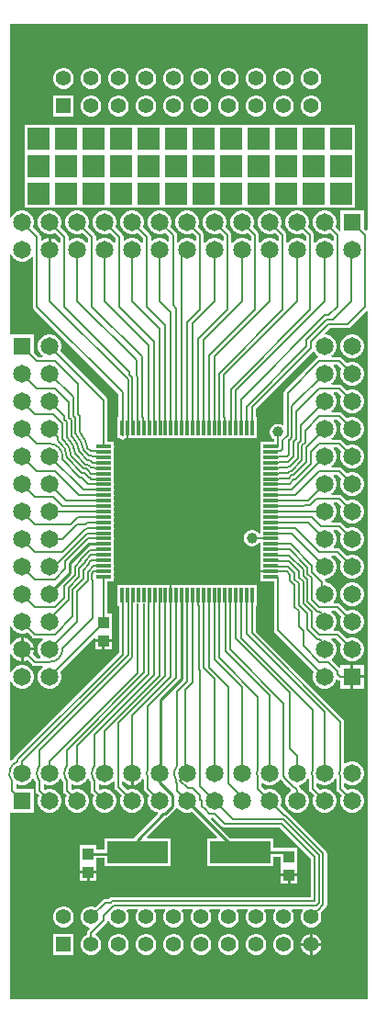
<source format=gbr>
%TF.GenerationSoftware,Altium Limited,Altium Designer,23.4.1 (23)*%
G04 Layer_Physical_Order=1*
G04 Layer_Color=255*
%FSLAX45Y45*%
%MOMM*%
%TF.SameCoordinates,7ABC1050-9991-4EB7-8225-191FA7049C92*%
%TF.FilePolarity,Positive*%
%TF.FileFunction,Copper,L1,Top,Signal*%
%TF.Part,Single*%
G01*
G75*
%TA.AperFunction,Conductor*%
%ADD10C,0.20000*%
%TA.AperFunction,SMDPad,CuDef*%
%ADD11R,1.00000X1.10000*%
%ADD12R,0.30000X1.47500*%
%ADD13R,1.47500X0.30000*%
%ADD14R,5.60000X2.10000*%
%TA.AperFunction,Conductor*%
%ADD15C,0.25400*%
%TA.AperFunction,ComponentPad*%
%ADD16R,1.65000X1.65000*%
%ADD17C,1.65000*%
%ADD18R,1.65000X1.65000*%
%ADD19R,1.39000X1.39000*%
%ADD20C,1.39000*%
%TA.AperFunction,ViaPad*%
%ADD21R,2.00000X2.00000*%
%TA.AperFunction,TestPad*%
%ADD22C,1.00000*%
G36*
X26453Y6871352D02*
X40659Y6846748D01*
X60748Y6826658D01*
X85352Y6812453D01*
X112795Y6805100D01*
X141205D01*
X168648Y6812453D01*
X193252Y6826658D01*
X213341Y6846748D01*
X214739Y6849169D01*
X227007Y6845882D01*
Y6390064D01*
X229754Y6376252D01*
X237578Y6364543D01*
X1018007Y5584114D01*
Y5372950D01*
X1009600D01*
Y5174650D01*
X1028350D01*
X1028578Y5174308D01*
X1040288Y5166484D01*
X1054100Y5163737D01*
X1067912Y5166484D01*
X1079622Y5174308D01*
X1079850Y5174650D01*
X1090405D01*
Y5273800D01*
X1109595D01*
Y5174650D01*
X2290400D01*
Y5372950D01*
X2283993D01*
Y5448117D01*
X2809074Y5973197D01*
X2824945Y5971108D01*
X2832659Y5957748D01*
X2852748Y5937658D01*
X2858133Y5934549D01*
X2856352Y5921246D01*
X2844643Y5913422D01*
X2552578Y5621357D01*
X2544754Y5609648D01*
X2542007Y5595835D01*
Y5303525D01*
X2529307Y5296309D01*
X2518303Y5302662D01*
X2499127Y5307800D01*
X2479273D01*
X2460097Y5302662D01*
X2442903Y5292735D01*
X2428865Y5278697D01*
X2418938Y5261503D01*
X2413800Y5242327D01*
Y5222473D01*
X2418938Y5203297D01*
X2428865Y5186103D01*
X2442903Y5172065D01*
X2452207Y5166694D01*
Y5140400D01*
X2324650D01*
Y5059600D01*
Y5009600D01*
Y4909600D01*
Y4809600D01*
Y4709600D01*
Y4609600D01*
Y4509600D01*
Y4409600D01*
Y4297765D01*
X2311950Y4294362D01*
X2308235Y4300797D01*
X2294197Y4314835D01*
X2277003Y4324762D01*
X2257827Y4329900D01*
X2237973D01*
X2218797Y4324762D01*
X2201603Y4314835D01*
X2187565Y4300797D01*
X2177638Y4283603D01*
X2172500Y4264427D01*
Y4244573D01*
X2177638Y4225397D01*
X2187565Y4208203D01*
X2201603Y4194165D01*
X2218797Y4184238D01*
X2237973Y4179100D01*
X2257827D01*
X2277003Y4184238D01*
X2294197Y4194165D01*
X2308235Y4208203D01*
X2322862Y4208138D01*
X2324650Y4206540D01*
Y4159600D01*
Y4059600D01*
Y3959600D01*
Y3959594D01*
X2423800D01*
Y3940404D01*
X2324650D01*
Y3859600D01*
X2452207D01*
Y3406700D01*
X2454954Y3392888D01*
X2462778Y3381178D01*
X2821328Y3022628D01*
X2818453Y3017648D01*
X2811100Y2990205D01*
Y2961795D01*
X2818453Y2934352D01*
X2832659Y2909748D01*
X2852748Y2889658D01*
X2877352Y2875453D01*
X2904795Y2868100D01*
X2933205D01*
X2960648Y2875453D01*
X2985252Y2889658D01*
X3005341Y2909748D01*
X3019547Y2934352D01*
X3023008Y2947270D01*
X3023021Y2947274D01*
X3036706Y2949323D01*
X3046688Y2942654D01*
X3060500Y2939906D01*
X3065100D01*
Y2868100D01*
X3160300D01*
Y2976000D01*
Y3083900D01*
X3065100D01*
Y3065640D01*
X3052400Y3060379D01*
X2984322Y3128457D01*
X2985252Y3143659D01*
X3005341Y3163748D01*
X3019547Y3188352D01*
X3026900Y3215795D01*
Y3244205D01*
X3019547Y3271648D01*
X3005341Y3296252D01*
X2985252Y3316341D01*
X2982831Y3317739D01*
X2986118Y3330007D01*
X3021950D01*
X3075328Y3276628D01*
X3072453Y3271648D01*
X3065100Y3244205D01*
Y3215795D01*
X3072453Y3188352D01*
X3086659Y3163748D01*
X3106748Y3143658D01*
X3131352Y3129453D01*
X3158795Y3122100D01*
X3187205D01*
X3214648Y3129453D01*
X3239252Y3143658D01*
X3259341Y3163748D01*
X3273547Y3188352D01*
X3280900Y3215795D01*
Y3244205D01*
X3273547Y3271648D01*
X3259341Y3296252D01*
X3239252Y3316341D01*
X3214648Y3330547D01*
X3187205Y3337900D01*
X3158795D01*
X3131352Y3330547D01*
X3126372Y3327672D01*
X3062422Y3391622D01*
X3050712Y3399446D01*
X3036900Y3402193D01*
X3006381D01*
X3001520Y3413927D01*
X3005341Y3417748D01*
X3019547Y3442352D01*
X3026900Y3469795D01*
Y3498205D01*
X3019547Y3525648D01*
X3005341Y3550252D01*
X2985252Y3570341D01*
X2982831Y3571739D01*
X2986118Y3584007D01*
X3021950D01*
X3075328Y3530628D01*
X3072453Y3525648D01*
X3065100Y3498205D01*
Y3469795D01*
X3072453Y3442352D01*
X3086659Y3417748D01*
X3106748Y3397658D01*
X3131352Y3383453D01*
X3158795Y3376100D01*
X3187205D01*
X3214648Y3383453D01*
X3239252Y3397658D01*
X3259341Y3417748D01*
X3273547Y3442352D01*
X3280900Y3469795D01*
Y3498205D01*
X3273547Y3525648D01*
X3259341Y3550252D01*
X3239252Y3570341D01*
X3214648Y3584547D01*
X3187205Y3591900D01*
X3158795D01*
X3131352Y3584547D01*
X3126372Y3581672D01*
X3062422Y3645622D01*
X3050712Y3653446D01*
X3036900Y3656193D01*
X3006381D01*
X3001520Y3667927D01*
X3005341Y3671748D01*
X3019547Y3696352D01*
X3026900Y3723795D01*
Y3752205D01*
X3019547Y3779648D01*
X3005341Y3804252D01*
X2985252Y3824341D01*
X2960648Y3838547D01*
X2933205Y3845900D01*
X2929858D01*
Y3850500D01*
X2927110Y3864312D01*
X2922375Y3871400D01*
X2928316Y3884100D01*
X2933205D01*
X2960648Y3891453D01*
X2985252Y3905658D01*
X3005341Y3925748D01*
X3019547Y3950352D01*
X3026900Y3977795D01*
Y4006205D01*
X3019547Y4033648D01*
X3005341Y4058252D01*
X2985252Y4078341D01*
X2982831Y4079739D01*
X2986118Y4092007D01*
X3021950D01*
X3075328Y4038628D01*
X3072453Y4033648D01*
X3065100Y4006205D01*
Y3977795D01*
X3072453Y3950352D01*
X3086659Y3925748D01*
X3106748Y3905658D01*
X3131352Y3891453D01*
X3158795Y3884100D01*
X3187205D01*
X3214648Y3891453D01*
X3239252Y3905658D01*
X3259341Y3925748D01*
X3273547Y3950352D01*
X3280900Y3977795D01*
Y4006205D01*
X3273547Y4033648D01*
X3259341Y4058252D01*
X3239252Y4078341D01*
X3214648Y4092547D01*
X3187205Y4099900D01*
X3158795D01*
X3131352Y4092547D01*
X3126372Y4089672D01*
X3062422Y4153622D01*
X3050712Y4161446D01*
X3036900Y4164193D01*
X3006381D01*
X3001520Y4175927D01*
X3005341Y4179748D01*
X3019547Y4204352D01*
X3026900Y4231795D01*
Y4260205D01*
X3019547Y4287648D01*
X3005341Y4312252D01*
X3001520Y4316073D01*
X3006381Y4327806D01*
X3040150D01*
X3075328Y4292628D01*
X3072453Y4287648D01*
X3065100Y4260205D01*
Y4231795D01*
X3072453Y4204352D01*
X3086659Y4179748D01*
X3106748Y4159658D01*
X3131352Y4145453D01*
X3158795Y4138100D01*
X3187205D01*
X3214648Y4145453D01*
X3239252Y4159658D01*
X3259341Y4179748D01*
X3273547Y4204352D01*
X3280900Y4231795D01*
Y4260205D01*
X3273547Y4287648D01*
X3259341Y4312252D01*
X3239252Y4332341D01*
X3214648Y4346547D01*
X3187205Y4353900D01*
X3158795D01*
X3131352Y4346547D01*
X3126372Y4343672D01*
X3080622Y4389422D01*
X3068912Y4397246D01*
X3055100Y4399993D01*
X2986118D01*
X2982831Y4412261D01*
X2985252Y4413658D01*
X3005341Y4433748D01*
X3019547Y4458352D01*
X3026900Y4485795D01*
Y4514205D01*
X3019547Y4541648D01*
X3005341Y4566252D01*
X3001520Y4570073D01*
X3006381Y4581806D01*
X3040150D01*
X3075328Y4546628D01*
X3072453Y4541648D01*
X3065100Y4514205D01*
Y4485795D01*
X3072453Y4458352D01*
X3086659Y4433748D01*
X3106748Y4413658D01*
X3131352Y4399453D01*
X3158795Y4392100D01*
X3187205D01*
X3214648Y4399453D01*
X3239252Y4413658D01*
X3259341Y4433748D01*
X3273547Y4458352D01*
X3280900Y4485795D01*
Y4514205D01*
X3273547Y4541648D01*
X3259341Y4566252D01*
X3239252Y4586341D01*
X3214648Y4600547D01*
X3187205Y4607900D01*
X3158795D01*
X3131352Y4600547D01*
X3126372Y4597672D01*
X3080622Y4643422D01*
X3068912Y4651246D01*
X3055100Y4653993D01*
X2986118D01*
X2982831Y4666261D01*
X2985252Y4667658D01*
X3005341Y4687748D01*
X3019547Y4712352D01*
X3026900Y4739795D01*
Y4768205D01*
X3019547Y4795648D01*
X3005341Y4820252D01*
X3001520Y4824073D01*
X3006381Y4835806D01*
X3040150D01*
X3075328Y4800628D01*
X3072453Y4795648D01*
X3065100Y4768205D01*
Y4739795D01*
X3072453Y4712352D01*
X3086659Y4687748D01*
X3106748Y4667658D01*
X3131352Y4653453D01*
X3158795Y4646100D01*
X3187205D01*
X3214648Y4653453D01*
X3239252Y4667658D01*
X3259341Y4687748D01*
X3273547Y4712352D01*
X3280900Y4739795D01*
Y4768205D01*
X3273547Y4795648D01*
X3259341Y4820252D01*
X3239252Y4840341D01*
X3214648Y4854547D01*
X3187205Y4861900D01*
X3158795D01*
X3131352Y4854547D01*
X3126372Y4851672D01*
X3080622Y4897422D01*
X3068912Y4905246D01*
X3055100Y4907993D01*
X2986118D01*
X2982831Y4920261D01*
X2985252Y4921658D01*
X3005341Y4941748D01*
X3019547Y4966352D01*
X3026900Y4993795D01*
Y5022205D01*
X3019547Y5049648D01*
X3005341Y5074252D01*
X3001520Y5078073D01*
X3006381Y5089806D01*
X3040150D01*
X3075328Y5054628D01*
X3072453Y5049648D01*
X3065100Y5022205D01*
Y4993795D01*
X3072453Y4966352D01*
X3086659Y4941748D01*
X3106748Y4921658D01*
X3131352Y4907453D01*
X3158795Y4900100D01*
X3187205D01*
X3214648Y4907453D01*
X3239252Y4921658D01*
X3259341Y4941748D01*
X3273547Y4966352D01*
X3280900Y4993795D01*
Y5022205D01*
X3273547Y5049648D01*
X3259341Y5074252D01*
X3239252Y5094341D01*
X3214648Y5108547D01*
X3187205Y5115900D01*
X3158795D01*
X3131352Y5108547D01*
X3126372Y5105672D01*
X3080622Y5151422D01*
X3068912Y5159246D01*
X3055100Y5161993D01*
X2986118D01*
X2982831Y5174261D01*
X2985252Y5175658D01*
X3005341Y5195748D01*
X3019547Y5220352D01*
X3026900Y5247795D01*
Y5276205D01*
X3019547Y5303648D01*
X3005341Y5328252D01*
X3001520Y5332073D01*
X3006381Y5343806D01*
X3040150D01*
X3075328Y5308628D01*
X3072453Y5303648D01*
X3065100Y5276205D01*
Y5247795D01*
X3072453Y5220352D01*
X3086659Y5195748D01*
X3106748Y5175658D01*
X3131352Y5161453D01*
X3158795Y5154100D01*
X3187205D01*
X3214648Y5161453D01*
X3239252Y5175658D01*
X3259341Y5195748D01*
X3273547Y5220352D01*
X3280900Y5247795D01*
Y5276205D01*
X3273547Y5303648D01*
X3259341Y5328252D01*
X3239252Y5348341D01*
X3214648Y5362547D01*
X3187205Y5369900D01*
X3158795D01*
X3131352Y5362547D01*
X3126372Y5359672D01*
X3080622Y5405422D01*
X3068912Y5413246D01*
X3055100Y5415993D01*
X2986118D01*
X2982831Y5428261D01*
X2985252Y5429658D01*
X3005341Y5449748D01*
X3019547Y5474352D01*
X3026900Y5501795D01*
Y5530205D01*
X3019547Y5557648D01*
X3005341Y5582252D01*
X3001520Y5586073D01*
X3006381Y5597806D01*
X3040150D01*
X3075328Y5562628D01*
X3072453Y5557648D01*
X3065100Y5530205D01*
Y5501795D01*
X3072453Y5474352D01*
X3086659Y5449748D01*
X3106748Y5429658D01*
X3131352Y5415453D01*
X3158795Y5408100D01*
X3187205D01*
X3214648Y5415453D01*
X3239252Y5429658D01*
X3259341Y5449748D01*
X3273547Y5474352D01*
X3280900Y5501795D01*
Y5530205D01*
X3273547Y5557648D01*
X3259341Y5582252D01*
X3239252Y5602341D01*
X3214648Y5616547D01*
X3187205Y5623900D01*
X3158795D01*
X3131352Y5616547D01*
X3126372Y5613672D01*
X3080622Y5659422D01*
X3068912Y5667246D01*
X3055100Y5669993D01*
X2986118D01*
X2982831Y5682261D01*
X2985252Y5683658D01*
X3005341Y5703748D01*
X3019547Y5728352D01*
X3026900Y5755795D01*
Y5784205D01*
X3019547Y5811648D01*
X3005341Y5836252D01*
X3001520Y5840073D01*
X3006381Y5851806D01*
X3040150D01*
X3075328Y5816628D01*
X3072453Y5811648D01*
X3065100Y5784205D01*
Y5755795D01*
X3072453Y5728352D01*
X3086659Y5703748D01*
X3106748Y5683658D01*
X3131352Y5669453D01*
X3158795Y5662100D01*
X3187205D01*
X3214648Y5669453D01*
X3239252Y5683658D01*
X3259341Y5703748D01*
X3273547Y5728352D01*
X3280900Y5755795D01*
Y5784205D01*
X3273547Y5811648D01*
X3259341Y5836252D01*
X3239252Y5856341D01*
X3214648Y5870547D01*
X3187205Y5877900D01*
X3158795D01*
X3131352Y5870547D01*
X3126372Y5867672D01*
X3080622Y5913422D01*
X3068912Y5921246D01*
X3055100Y5923993D01*
X2986118D01*
X2982831Y5936261D01*
X2985252Y5937658D01*
X3005341Y5957748D01*
X3019547Y5982352D01*
X3026900Y6009795D01*
Y6038205D01*
X3019547Y6065648D01*
X3005341Y6090252D01*
X2985252Y6110341D01*
X2960648Y6124547D01*
X2933205Y6131900D01*
X2927802D01*
X2922942Y6143633D01*
X2970598Y6191290D01*
X3130219D01*
X3144031Y6194037D01*
X3155741Y6201861D01*
X3302967Y6349087D01*
X3314700Y6344227D01*
Y0D01*
X12700D01*
Y1714637D01*
X18100Y1725100D01*
X233900D01*
Y1940900D01*
X70593D01*
Y1981697D01*
X81592Y1988047D01*
X84352Y1986453D01*
X111795Y1979100D01*
X140205D01*
X167648Y1986453D01*
X192252Y2000658D01*
X212341Y2020748D01*
X221707Y2036969D01*
X235459Y2035387D01*
X237684Y2028051D01*
X251919Y2001419D01*
X252407Y2000825D01*
Y1924500D01*
X255154Y1910688D01*
X262978Y1898978D01*
X282328Y1879628D01*
X279453Y1874648D01*
X272100Y1847205D01*
Y1818795D01*
X279453Y1791352D01*
X293659Y1766748D01*
X313748Y1746658D01*
X338352Y1732453D01*
X365795Y1725100D01*
X394205D01*
X421648Y1732453D01*
X446252Y1746658D01*
X466341Y1766748D01*
X480547Y1791352D01*
X487900Y1818795D01*
Y1847205D01*
X480547Y1874648D01*
X466341Y1899252D01*
X446252Y1919341D01*
X421648Y1933547D01*
X394205Y1940900D01*
X365795D01*
X338352Y1933547D01*
X333372Y1930672D01*
X324593Y1939450D01*
Y1981697D01*
X335592Y1988047D01*
X338352Y1986453D01*
X365795Y1979100D01*
X394205D01*
X421648Y1986453D01*
X446252Y2000658D01*
X466341Y2020748D01*
X475707Y2036969D01*
X489459Y2035387D01*
X491684Y2028051D01*
X505919Y2001419D01*
X506407Y2000825D01*
Y1924500D01*
X509154Y1910688D01*
X516978Y1898978D01*
X536328Y1879628D01*
X533453Y1874648D01*
X526100Y1847205D01*
Y1818795D01*
X533453Y1791352D01*
X547659Y1766748D01*
X567748Y1746658D01*
X592352Y1732453D01*
X619795Y1725100D01*
X648205D01*
X675648Y1732453D01*
X700252Y1746658D01*
X720341Y1766748D01*
X734547Y1791352D01*
X741900Y1818795D01*
Y1847205D01*
X734547Y1874648D01*
X720341Y1899252D01*
X700252Y1919341D01*
X675648Y1933547D01*
X648205Y1940900D01*
X619795D01*
X592352Y1933547D01*
X587372Y1930672D01*
X578593Y1939450D01*
Y1981697D01*
X589592Y1988047D01*
X592352Y1986453D01*
X619795Y1979100D01*
X648205D01*
X675648Y1986453D01*
X700252Y2000658D01*
X720341Y2020748D01*
X729707Y2036969D01*
X743459Y2035387D01*
X745684Y2028051D01*
X759919Y2001419D01*
X760407Y2000825D01*
Y1924500D01*
X763154Y1910688D01*
X770978Y1898978D01*
X790328Y1879628D01*
X787453Y1874648D01*
X780100Y1847205D01*
Y1818795D01*
X787453Y1791352D01*
X801659Y1766748D01*
X821748Y1746658D01*
X846352Y1732453D01*
X873795Y1725100D01*
X902205D01*
X929648Y1732453D01*
X954252Y1746658D01*
X974341Y1766748D01*
X988547Y1791352D01*
X995900Y1818795D01*
Y1847205D01*
X988547Y1874648D01*
X974341Y1899252D01*
X954252Y1919341D01*
X929648Y1933547D01*
X902205Y1940900D01*
X873795D01*
X846352Y1933547D01*
X841372Y1930672D01*
X832593Y1939450D01*
Y1981697D01*
X843592Y1988047D01*
X846352Y1986453D01*
X873795Y1979100D01*
X902205D01*
X929648Y1986453D01*
X954252Y2000658D01*
X967206Y2013613D01*
X979906Y2008352D01*
Y1959000D01*
X982654Y1945188D01*
X990478Y1933478D01*
X1044328Y1879628D01*
X1041453Y1874648D01*
X1034100Y1847205D01*
Y1818795D01*
X1041453Y1791352D01*
X1055659Y1766748D01*
X1075748Y1746658D01*
X1100352Y1732453D01*
X1127795Y1725100D01*
X1156205D01*
X1183648Y1732453D01*
X1208252Y1746658D01*
X1228341Y1766748D01*
X1242547Y1791352D01*
X1249900Y1818795D01*
Y1847205D01*
X1242547Y1874648D01*
X1228341Y1899252D01*
X1208252Y1919341D01*
X1183648Y1933547D01*
X1156205Y1940900D01*
X1127795D01*
X1100352Y1933547D01*
X1095372Y1930672D01*
X1052093Y1973951D01*
Y2006353D01*
X1064793Y2011613D01*
X1075748Y2000658D01*
X1100352Y1986453D01*
X1127795Y1979100D01*
X1129300D01*
Y2087000D01*
X1154700D01*
Y1979100D01*
X1156205D01*
X1183648Y1986453D01*
X1208252Y2000658D01*
X1228341Y2020748D01*
X1236103Y2034190D01*
X1248803Y2030787D01*
Y1944104D01*
X1251550Y1930292D01*
X1259374Y1918582D01*
X1298328Y1879628D01*
X1295453Y1874648D01*
X1288100Y1847205D01*
Y1818795D01*
X1295453Y1791352D01*
X1309659Y1766748D01*
X1329748Y1746658D01*
X1354352Y1732453D01*
X1374702Y1727000D01*
X1378498Y1712835D01*
X1161231Y1495569D01*
X1157043Y1489300D01*
X883300D01*
Y1381147D01*
X812000D01*
Y1422700D01*
X661200D01*
Y1265400D01*
X661200Y1261900D01*
Y1252700D01*
X661200Y1249200D01*
Y1185000D01*
X736600D01*
X812000D01*
Y1249200D01*
X812000Y1252700D01*
Y1261900D01*
X812000Y1265400D01*
Y1303454D01*
X883300D01*
Y1228500D01*
X1494100D01*
Y1489300D01*
X1281431D01*
X1276570Y1501033D01*
X1449869Y1674332D01*
X1460820Y1676510D01*
X1473423Y1684931D01*
X1544069Y1755577D01*
X1550170Y1764709D01*
X1560664Y1766295D01*
X1561346Y1766301D01*
X1564849Y1765558D01*
X1583748Y1746658D01*
X1608352Y1732453D01*
X1635795Y1725100D01*
X1664205D01*
X1691648Y1732453D01*
X1694160Y1733903D01*
X1927029Y1501033D01*
X1922169Y1489300D01*
X1833300D01*
Y1228500D01*
X2444100D01*
Y1320053D01*
X2515400D01*
Y1240000D01*
X2515400Y1236500D01*
Y1227300D01*
X2515400Y1223800D01*
Y1159600D01*
X2590800D01*
X2666200D01*
Y1223800D01*
X2666200Y1227300D01*
Y1236500D01*
X2666200Y1240000D01*
Y1397300D01*
X2551045D01*
X2548800Y1397747D01*
X2444100D01*
Y1489300D01*
X2048637D01*
X1870664Y1667273D01*
X1875524Y1679007D01*
X1889450D01*
X1973078Y1595378D01*
X1984788Y1587554D01*
X1998600Y1584807D01*
X2504350D01*
X2788507Y1300650D01*
Y942993D01*
X955981D01*
X942168Y940246D01*
X930459Y932422D01*
X928702Y930665D01*
X894572D01*
X880759Y927918D01*
X869050Y920094D01*
X799111Y850155D01*
X798630Y850433D01*
X774494Y856900D01*
X749506D01*
X725370Y850433D01*
X703730Y837939D01*
X686061Y820270D01*
X673567Y798630D01*
X667100Y774494D01*
Y749506D01*
X673567Y725370D01*
X686061Y703730D01*
X703730Y686061D01*
X725370Y673567D01*
X747093Y667747D01*
X753037Y655730D01*
X736478Y639171D01*
X728654Y627462D01*
X725907Y613649D01*
Y596576D01*
X725370Y596433D01*
X703730Y583939D01*
X686061Y566270D01*
X673567Y544630D01*
X667100Y520494D01*
Y495506D01*
X673567Y471370D01*
X686061Y449730D01*
X703730Y432061D01*
X725370Y419567D01*
X749506Y413100D01*
X774494D01*
X798630Y419567D01*
X820270Y432061D01*
X837939Y449730D01*
X850433Y471370D01*
X856900Y495506D01*
Y520494D01*
X850433Y544630D01*
X837939Y566270D01*
X820270Y583939D01*
X808240Y590885D01*
X806150Y606756D01*
X904182Y704787D01*
X912006Y716497D01*
X914047Y726759D01*
X927081Y727186D01*
X927567Y725370D01*
X940061Y703730D01*
X957730Y686061D01*
X979370Y673567D01*
X1003506Y667100D01*
X1028494D01*
X1052630Y673567D01*
X1074270Y686061D01*
X1091939Y703730D01*
X1104433Y725370D01*
X1110900Y749506D01*
Y774494D01*
X1104433Y798630D01*
X1093188Y818107D01*
X1097481Y830807D01*
X1188519D01*
X1192812Y818107D01*
X1181567Y798630D01*
X1175100Y774494D01*
Y749506D01*
X1181567Y725370D01*
X1194061Y703730D01*
X1211730Y686061D01*
X1233370Y673567D01*
X1257506Y667100D01*
X1282494D01*
X1306630Y673567D01*
X1328270Y686061D01*
X1345939Y703730D01*
X1358433Y725370D01*
X1364900Y749506D01*
Y774494D01*
X1358433Y798630D01*
X1347188Y818107D01*
X1351481Y830807D01*
X1442519D01*
X1446812Y818107D01*
X1435567Y798630D01*
X1429100Y774494D01*
Y749506D01*
X1435567Y725370D01*
X1448061Y703730D01*
X1465730Y686061D01*
X1487370Y673567D01*
X1511506Y667100D01*
X1536494D01*
X1560630Y673567D01*
X1582270Y686061D01*
X1599939Y703730D01*
X1612433Y725370D01*
X1618900Y749506D01*
Y774494D01*
X1612433Y798630D01*
X1601188Y818107D01*
X1605481Y830807D01*
X1696519D01*
X1700812Y818107D01*
X1689567Y798630D01*
X1683100Y774494D01*
Y749506D01*
X1689567Y725370D01*
X1702061Y703730D01*
X1719730Y686061D01*
X1741370Y673567D01*
X1765506Y667100D01*
X1790494D01*
X1814630Y673567D01*
X1836270Y686061D01*
X1853939Y703730D01*
X1866433Y725370D01*
X1872900Y749506D01*
Y774494D01*
X1866433Y798630D01*
X1855188Y818107D01*
X1859481Y830807D01*
X1950519D01*
X1954812Y818107D01*
X1943567Y798630D01*
X1937100Y774494D01*
Y749506D01*
X1943567Y725370D01*
X1956061Y703730D01*
X1973730Y686061D01*
X1995370Y673567D01*
X2019506Y667100D01*
X2044494D01*
X2068630Y673567D01*
X2090270Y686061D01*
X2107939Y703730D01*
X2120433Y725370D01*
X2126900Y749506D01*
Y774494D01*
X2120433Y798630D01*
X2109188Y818107D01*
X2113481Y830807D01*
X2204519D01*
X2208812Y818107D01*
X2197567Y798630D01*
X2191100Y774494D01*
Y749506D01*
X2197567Y725370D01*
X2210061Y703730D01*
X2227730Y686061D01*
X2249370Y673567D01*
X2273506Y667100D01*
X2298494D01*
X2322630Y673567D01*
X2344270Y686061D01*
X2361939Y703730D01*
X2374433Y725370D01*
X2380900Y749506D01*
Y774494D01*
X2374433Y798630D01*
X2363188Y818107D01*
X2367481Y830807D01*
X2458519D01*
X2462812Y818107D01*
X2451567Y798630D01*
X2445100Y774494D01*
Y749506D01*
X2451567Y725370D01*
X2464061Y703730D01*
X2481730Y686061D01*
X2503370Y673567D01*
X2527506Y667100D01*
X2552494D01*
X2576630Y673567D01*
X2598270Y686061D01*
X2615939Y703730D01*
X2628433Y725370D01*
X2634900Y749506D01*
Y774494D01*
X2628433Y798630D01*
X2617188Y818107D01*
X2621481Y830807D01*
X2712519D01*
X2716812Y818107D01*
X2705567Y798630D01*
X2699100Y774494D01*
Y749506D01*
X2705567Y725370D01*
X2718061Y703730D01*
X2735730Y686061D01*
X2757370Y673567D01*
X2781506Y667100D01*
X2806494D01*
X2830630Y673567D01*
X2852270Y686061D01*
X2869939Y703730D01*
X2882433Y725370D01*
X2888900Y749506D01*
Y774494D01*
X2882433Y798630D01*
X2881518Y800215D01*
X2883259Y801378D01*
X2930122Y848241D01*
X2937946Y859951D01*
X2940693Y873763D01*
Y1348737D01*
X2937946Y1362549D01*
X2930122Y1374259D01*
X2577959Y1726422D01*
X2566249Y1734246D01*
X2560693Y1735351D01*
X2509672Y1786372D01*
X2512547Y1791352D01*
X2519900Y1818795D01*
Y1847205D01*
X2512547Y1874648D01*
X2498341Y1899252D01*
X2478252Y1919341D01*
X2453648Y1933547D01*
X2426205Y1940900D01*
X2397795D01*
X2370352Y1933547D01*
X2365372Y1930672D01*
X2338393Y1957650D01*
Y1990969D01*
X2351093Y1997572D01*
X2370352Y1986453D01*
X2397795Y1979100D01*
X2426205D01*
X2453648Y1986453D01*
X2478252Y2000658D01*
X2498341Y2020748D01*
X2503027Y2028863D01*
X2517619Y2028737D01*
X2529861Y2016495D01*
X2537919Y2001419D01*
X2557076Y1978076D01*
X2580419Y1958919D01*
X2595496Y1950860D01*
X2609658Y1936698D01*
X2608001Y1924106D01*
X2599748Y1919341D01*
X2579659Y1899252D01*
X2565453Y1874648D01*
X2558100Y1847205D01*
Y1818795D01*
X2565453Y1791352D01*
X2579659Y1766748D01*
X2599748Y1746658D01*
X2624352Y1732453D01*
X2651795Y1725100D01*
X2680205D01*
X2707648Y1732453D01*
X2732252Y1746658D01*
X2752341Y1766748D01*
X2766547Y1791352D01*
X2773900Y1818795D01*
Y1847205D01*
X2766547Y1874648D01*
X2752341Y1899252D01*
X2732252Y1919341D01*
X2707648Y1933547D01*
X2701330Y1935240D01*
X2699346Y1945212D01*
X2691522Y1956922D01*
X2681326Y1967118D01*
X2685804Y1980600D01*
X2707648Y1986453D01*
X2732252Y2000658D01*
X2752341Y2020748D01*
X2761507Y2036622D01*
X2774207Y2033219D01*
Y1942700D01*
X2776954Y1928888D01*
X2784778Y1917178D01*
X2822328Y1879628D01*
X2819453Y1874648D01*
X2812100Y1847205D01*
Y1818795D01*
X2819453Y1791352D01*
X2833659Y1766748D01*
X2853748Y1746658D01*
X2878352Y1732453D01*
X2905795Y1725100D01*
X2934205D01*
X2961648Y1732453D01*
X2986252Y1746658D01*
X3006341Y1766748D01*
X3020547Y1791352D01*
X3027900Y1818795D01*
Y1847205D01*
X3020547Y1874648D01*
X3006341Y1899252D01*
X2986252Y1919341D01*
X2961648Y1933547D01*
X2934205Y1940900D01*
X2905795D01*
X2878352Y1933547D01*
X2873372Y1930672D01*
X2846393Y1957650D01*
Y1990969D01*
X2859093Y1997572D01*
X2878352Y1986453D01*
X2897055Y1981442D01*
X2906188Y1975340D01*
X2920000Y1972592D01*
X2933812Y1975340D01*
X2942945Y1981442D01*
X2961648Y1986453D01*
X2986252Y2000658D01*
X3006341Y2020748D01*
X3015507Y2036622D01*
X3028207Y2033219D01*
Y1942700D01*
X3030954Y1928888D01*
X3038778Y1917178D01*
X3076328Y1879628D01*
X3073453Y1874648D01*
X3066100Y1847205D01*
Y1818795D01*
X3073453Y1791352D01*
X3087659Y1766748D01*
X3107748Y1746658D01*
X3132352Y1732453D01*
X3159795Y1725100D01*
X3188205D01*
X3215648Y1732453D01*
X3240252Y1746658D01*
X3260341Y1766748D01*
X3274547Y1791352D01*
X3281900Y1818795D01*
Y1847205D01*
X3274547Y1874648D01*
X3260341Y1899252D01*
X3240252Y1919341D01*
X3215648Y1933547D01*
X3188205Y1940900D01*
X3159795D01*
X3132352Y1933547D01*
X3127372Y1930672D01*
X3100393Y1957650D01*
Y1990969D01*
X3113093Y1997572D01*
X3132352Y1986453D01*
X3159795Y1979100D01*
X3188205D01*
X3215648Y1986453D01*
X3240252Y2000658D01*
X3260341Y2020748D01*
X3274547Y2045352D01*
X3281900Y2072795D01*
Y2101205D01*
X3274547Y2128648D01*
X3260341Y2153252D01*
X3240252Y2173341D01*
X3215648Y2187547D01*
X3188205Y2194900D01*
X3159795D01*
X3132352Y2187547D01*
X3113093Y2176428D01*
X3100393Y2183031D01*
Y2562312D01*
X3097646Y2576124D01*
X3089822Y2587834D01*
X2283993Y3393662D01*
Y3627050D01*
X2290400D01*
Y3825350D01*
X1509595D01*
Y3726200D01*
X1490405D01*
Y3825350D01*
X1009600D01*
Y3627050D01*
X1018907D01*
Y3196619D01*
X60478Y2238190D01*
X52654Y2226481D01*
X51572Y2221043D01*
X40419Y2215081D01*
X25400Y2202755D01*
X12700Y2208762D01*
Y2936610D01*
X25400Y2938282D01*
X26453Y2934352D01*
X40659Y2909748D01*
X60748Y2889658D01*
X85352Y2875453D01*
X112795Y2868100D01*
X141205D01*
X168648Y2875453D01*
X193252Y2889658D01*
X213341Y2909748D01*
X227547Y2934352D01*
X234900Y2961795D01*
Y2990205D01*
X227547Y3017648D01*
X213341Y3042252D01*
X193252Y3062341D01*
X168648Y3076547D01*
X141205Y3083900D01*
X112795D01*
X85352Y3076547D01*
X60748Y3062341D01*
X40659Y3042252D01*
X26453Y3017648D01*
X25400Y3013718D01*
X12700Y3015390D01*
Y3190610D01*
X25400Y3192282D01*
X26453Y3188352D01*
X40659Y3163748D01*
X60748Y3143658D01*
X85352Y3129453D01*
X112795Y3122100D01*
X114300D01*
Y3230000D01*
Y3337900D01*
X112795D01*
X85352Y3330547D01*
X60748Y3316341D01*
X40659Y3296252D01*
X26453Y3271648D01*
X25400Y3267718D01*
X12700Y3269390D01*
Y3444610D01*
X25400Y3446282D01*
X26453Y3442352D01*
X40659Y3417748D01*
X60748Y3397658D01*
X85352Y3383453D01*
X112795Y3376100D01*
X141205D01*
X168648Y3383453D01*
X173628Y3386328D01*
X219378Y3340578D01*
X231088Y3332754D01*
X244900Y3330007D01*
X313882D01*
X317169Y3317739D01*
X314748Y3316341D01*
X294659Y3296252D01*
X280453Y3271648D01*
X273100Y3244205D01*
Y3215795D01*
X280453Y3188352D01*
X294659Y3163748D01*
X298480Y3159927D01*
X293619Y3148193D01*
X259850D01*
X224672Y3183372D01*
X227547Y3188352D01*
X234900Y3215795D01*
Y3217300D01*
X139700D01*
Y3122100D01*
X141205D01*
X168648Y3129453D01*
X173628Y3132328D01*
X219378Y3086578D01*
X231088Y3078754D01*
X244900Y3076007D01*
X313882D01*
X317169Y3063739D01*
X314748Y3062341D01*
X294659Y3042252D01*
X280453Y3017648D01*
X273100Y2990205D01*
Y2961795D01*
X280453Y2934352D01*
X294659Y2909748D01*
X314748Y2889658D01*
X339352Y2875453D01*
X366795Y2868100D01*
X395205D01*
X422648Y2875453D01*
X447252Y2889658D01*
X467341Y2909748D01*
X481547Y2934352D01*
X488900Y2961795D01*
Y2990205D01*
X481547Y3017648D01*
X478672Y3022628D01*
X789167Y3333123D01*
X800900Y3328263D01*
Y3318600D01*
X876300D01*
X951700D01*
Y3386299D01*
X951700Y3386300D01*
Y3395501D01*
X951700D01*
X951700Y3399000D01*
Y3556300D01*
X913043D01*
Y3859600D01*
X975350D01*
Y3892743D01*
X976793Y3900000D01*
X975350Y3907256D01*
Y3942743D01*
X976793Y3950000D01*
X975350Y3957256D01*
Y3992743D01*
X976793Y4000000D01*
X975350Y4007256D01*
Y4059600D01*
Y4159600D01*
Y4242743D01*
X976793Y4250000D01*
X975350Y4257256D01*
Y4292743D01*
X976793Y4300000D01*
X975350Y4307256D01*
Y4342743D01*
X976793Y4350000D01*
X975350Y4357256D01*
Y4392743D01*
X976793Y4400000D01*
X975350Y4407256D01*
Y4442743D01*
X976793Y4450000D01*
X975350Y4457257D01*
Y4492743D01*
X976793Y4500000D01*
X975350Y4507256D01*
Y4542743D01*
X976793Y4550000D01*
X975350Y4557256D01*
Y4592743D01*
X976793Y4600000D01*
X975350Y4607256D01*
Y4642743D01*
X976793Y4650000D01*
X975350Y4657256D01*
Y4692743D01*
X976793Y4700000D01*
X975350Y4707257D01*
Y4742743D01*
X976793Y4750000D01*
X975350Y4757256D01*
Y4809600D01*
Y4909600D01*
Y5009600D01*
Y5092743D01*
X976793Y5100000D01*
X975350Y5107256D01*
Y5140400D01*
X913043D01*
Y5528050D01*
X910296Y5541862D01*
X902472Y5553572D01*
X478672Y5977372D01*
X481547Y5982352D01*
X488900Y6009795D01*
Y6038205D01*
X481547Y6065648D01*
X467341Y6090252D01*
X447252Y6110341D01*
X422648Y6124547D01*
X395205Y6131900D01*
X366795D01*
X339352Y6124547D01*
X314748Y6110341D01*
X294659Y6090252D01*
X280453Y6065648D01*
X273100Y6038205D01*
Y6009795D01*
X280453Y5982352D01*
X294659Y5957748D01*
X314748Y5937658D01*
X317169Y5936261D01*
X313882Y5923993D01*
X278050D01*
X234900Y5967144D01*
Y6131900D01*
X25400D01*
X19100Y6131900D01*
X12700Y6141949D01*
Y6873610D01*
X25400Y6875282D01*
X26453Y6871352D01*
D02*
G37*
G36*
X3314700Y7094937D02*
X3302967Y7090077D01*
X3282900Y7110144D01*
Y7274900D01*
X3067100D01*
Y7089904D01*
X3054400Y7084644D01*
X3018672Y7120372D01*
X3021547Y7125352D01*
X3028900Y7152795D01*
Y7181205D01*
X3021547Y7208648D01*
X3007341Y7233252D01*
X2987252Y7253341D01*
X2962648Y7267547D01*
X2935205Y7274900D01*
X2906795D01*
X2879352Y7267547D01*
X2854748Y7253341D01*
X2834659Y7233252D01*
X2820453Y7208648D01*
X2813100Y7181205D01*
Y7152795D01*
X2820453Y7125352D01*
X2834659Y7100748D01*
X2854748Y7080658D01*
X2879352Y7066453D01*
X2906795Y7059100D01*
X2935205D01*
X2962648Y7066453D01*
X2967628Y7069328D01*
X3002807Y7034150D01*
Y7000380D01*
X2991073Y6995520D01*
X2987252Y6999341D01*
X2962648Y7013547D01*
X2935205Y7020900D01*
X2906795D01*
X2879352Y7013547D01*
X2854748Y6999341D01*
X2834659Y6979252D01*
X2833261Y6976831D01*
X2820993Y6980118D01*
Y7049100D01*
X2818246Y7062912D01*
X2810422Y7074622D01*
X2764672Y7120372D01*
X2767547Y7125352D01*
X2774900Y7152795D01*
Y7181205D01*
X2767547Y7208648D01*
X2753341Y7233252D01*
X2733252Y7253341D01*
X2708648Y7267547D01*
X2681205Y7274900D01*
X2652795D01*
X2625352Y7267547D01*
X2600748Y7253341D01*
X2580659Y7233252D01*
X2566453Y7208648D01*
X2559100Y7181205D01*
Y7152795D01*
X2566453Y7125352D01*
X2580659Y7100748D01*
X2600748Y7080658D01*
X2625352Y7066453D01*
X2652795Y7059100D01*
X2681205D01*
X2708648Y7066453D01*
X2713628Y7069328D01*
X2748807Y7034150D01*
Y7000380D01*
X2737073Y6995520D01*
X2733252Y6999341D01*
X2708648Y7013547D01*
X2681205Y7020900D01*
X2652795D01*
X2625352Y7013547D01*
X2600748Y6999341D01*
X2580659Y6979252D01*
X2579261Y6976831D01*
X2566993Y6980118D01*
Y7049100D01*
X2564246Y7062912D01*
X2556422Y7074622D01*
X2510672Y7120372D01*
X2513547Y7125352D01*
X2520900Y7152795D01*
Y7181205D01*
X2513547Y7208648D01*
X2499341Y7233252D01*
X2479252Y7253341D01*
X2454648Y7267547D01*
X2427205Y7274900D01*
X2398795D01*
X2371352Y7267547D01*
X2346748Y7253341D01*
X2326659Y7233252D01*
X2312453Y7208648D01*
X2305100Y7181205D01*
Y7152795D01*
X2312453Y7125352D01*
X2326659Y7100748D01*
X2346748Y7080658D01*
X2371352Y7066453D01*
X2398795Y7059100D01*
X2427205D01*
X2454648Y7066453D01*
X2459628Y7069328D01*
X2494807Y7034150D01*
Y7000380D01*
X2483073Y6995520D01*
X2479252Y6999341D01*
X2454648Y7013547D01*
X2427205Y7020900D01*
X2398795D01*
X2371352Y7013547D01*
X2346748Y6999341D01*
X2326659Y6979252D01*
X2325261Y6976831D01*
X2312993Y6980118D01*
Y7049100D01*
X2310246Y7062912D01*
X2302422Y7074622D01*
X2256672Y7120372D01*
X2259547Y7125352D01*
X2266900Y7152795D01*
Y7181205D01*
X2259547Y7208648D01*
X2245341Y7233252D01*
X2225252Y7253341D01*
X2200648Y7267547D01*
X2173205Y7274900D01*
X2144795D01*
X2117352Y7267547D01*
X2092748Y7253341D01*
X2072659Y7233252D01*
X2058453Y7208648D01*
X2051100Y7181205D01*
Y7152795D01*
X2058453Y7125352D01*
X2072659Y7100748D01*
X2092748Y7080658D01*
X2117352Y7066453D01*
X2144795Y7059100D01*
X2173205D01*
X2200648Y7066453D01*
X2205628Y7069328D01*
X2240807Y7034150D01*
Y7000380D01*
X2229073Y6995520D01*
X2225252Y6999341D01*
X2200648Y7013547D01*
X2173205Y7020900D01*
X2144795D01*
X2117352Y7013547D01*
X2092748Y6999341D01*
X2072659Y6979252D01*
X2071261Y6976831D01*
X2058993Y6980118D01*
Y7049100D01*
X2056246Y7062912D01*
X2048422Y7074622D01*
X2002672Y7120372D01*
X2005547Y7125352D01*
X2012900Y7152795D01*
Y7181205D01*
X2005547Y7208648D01*
X1991341Y7233252D01*
X1971252Y7253341D01*
X1946648Y7267547D01*
X1919205Y7274900D01*
X1890795D01*
X1863352Y7267547D01*
X1838748Y7253341D01*
X1818659Y7233252D01*
X1804453Y7208648D01*
X1797100Y7181205D01*
Y7152795D01*
X1804453Y7125352D01*
X1818659Y7100748D01*
X1838748Y7080658D01*
X1863352Y7066453D01*
X1890795Y7059100D01*
X1919205D01*
X1946648Y7066453D01*
X1951628Y7069328D01*
X1986807Y7034150D01*
Y7000380D01*
X1975073Y6995520D01*
X1971252Y6999341D01*
X1946648Y7013547D01*
X1919205Y7020900D01*
X1890795D01*
X1863352Y7013547D01*
X1838748Y6999341D01*
X1818659Y6979252D01*
X1817261Y6976831D01*
X1804993Y6980118D01*
Y7049100D01*
X1802246Y7062912D01*
X1794422Y7074622D01*
X1748672Y7120372D01*
X1751547Y7125352D01*
X1758900Y7152795D01*
Y7181205D01*
X1751547Y7208648D01*
X1737341Y7233252D01*
X1717252Y7253341D01*
X1692648Y7267547D01*
X1665205Y7274900D01*
X1636795D01*
X1609352Y7267547D01*
X1584748Y7253341D01*
X1564659Y7233252D01*
X1550453Y7208648D01*
X1543100Y7181205D01*
Y7152795D01*
X1550453Y7125352D01*
X1564659Y7100748D01*
X1584748Y7080658D01*
X1609352Y7066453D01*
X1636795Y7059100D01*
X1665205D01*
X1692648Y7066453D01*
X1697628Y7069328D01*
X1732807Y7034150D01*
Y7000380D01*
X1721073Y6995520D01*
X1717252Y6999341D01*
X1692648Y7013547D01*
X1665205Y7020900D01*
X1636795D01*
X1609352Y7013547D01*
X1584748Y6999341D01*
X1568415Y6983009D01*
X1555715Y6988269D01*
Y7044378D01*
X1552968Y7058190D01*
X1545144Y7069900D01*
X1494672Y7120372D01*
X1497547Y7125352D01*
X1504900Y7152795D01*
Y7181205D01*
X1497547Y7208648D01*
X1483341Y7233252D01*
X1463252Y7253341D01*
X1438648Y7267547D01*
X1411205Y7274900D01*
X1382795D01*
X1355352Y7267547D01*
X1330748Y7253341D01*
X1310659Y7233252D01*
X1296453Y7208648D01*
X1289100Y7181205D01*
Y7152795D01*
X1296453Y7125352D01*
X1310659Y7100748D01*
X1330748Y7080658D01*
X1355352Y7066453D01*
X1382795Y7059100D01*
X1411205D01*
X1438648Y7066453D01*
X1443628Y7069328D01*
X1483529Y7029427D01*
Y6997025D01*
X1470829Y6991765D01*
X1463252Y6999341D01*
X1438648Y7013547D01*
X1411205Y7020900D01*
X1382795D01*
X1355352Y7013547D01*
X1330748Y6999341D01*
X1326927Y6995520D01*
X1315193Y7000380D01*
Y7030900D01*
X1312446Y7044712D01*
X1304622Y7056422D01*
X1240672Y7120372D01*
X1243547Y7125352D01*
X1250900Y7152795D01*
Y7181205D01*
X1243547Y7208648D01*
X1229341Y7233252D01*
X1209252Y7253341D01*
X1184648Y7267547D01*
X1157205Y7274900D01*
X1128795D01*
X1101352Y7267547D01*
X1076748Y7253341D01*
X1056659Y7233252D01*
X1042453Y7208648D01*
X1035100Y7181205D01*
Y7152795D01*
X1042453Y7125352D01*
X1056659Y7100748D01*
X1076748Y7080658D01*
X1101352Y7066453D01*
X1128795Y7059100D01*
X1157205D01*
X1184648Y7066453D01*
X1189628Y7069328D01*
X1243007Y7015949D01*
Y6980118D01*
X1230739Y6976831D01*
X1229341Y6979252D01*
X1209252Y6999341D01*
X1184648Y7013547D01*
X1157205Y7020900D01*
X1128795D01*
X1101352Y7013547D01*
X1076748Y6999341D01*
X1072927Y6995520D01*
X1061193Y7000380D01*
Y7030900D01*
X1058446Y7044712D01*
X1050622Y7056422D01*
X986672Y7120372D01*
X989547Y7125352D01*
X996900Y7152795D01*
Y7181205D01*
X989547Y7208648D01*
X975341Y7233252D01*
X955252Y7253341D01*
X930648Y7267547D01*
X903205Y7274900D01*
X874795D01*
X847352Y7267547D01*
X822748Y7253341D01*
X802659Y7233252D01*
X788453Y7208648D01*
X781100Y7181205D01*
Y7152795D01*
X788453Y7125352D01*
X802659Y7100748D01*
X822748Y7080658D01*
X847352Y7066453D01*
X874795Y7059100D01*
X903205D01*
X930648Y7066453D01*
X935628Y7069328D01*
X989007Y7015949D01*
Y6980118D01*
X976739Y6976831D01*
X975341Y6979252D01*
X955252Y6999341D01*
X930648Y7013547D01*
X903205Y7020900D01*
X874795D01*
X847352Y7013547D01*
X822748Y6999341D01*
X818927Y6995520D01*
X807193Y7000380D01*
Y7030900D01*
X804446Y7044712D01*
X796622Y7056422D01*
X732672Y7120372D01*
X735547Y7125352D01*
X742900Y7152795D01*
Y7181205D01*
X735547Y7208648D01*
X721341Y7233252D01*
X701252Y7253341D01*
X676648Y7267547D01*
X649205Y7274900D01*
X620795D01*
X593352Y7267547D01*
X568748Y7253341D01*
X548659Y7233252D01*
X534453Y7208648D01*
X527100Y7181205D01*
Y7152795D01*
X534453Y7125352D01*
X548659Y7100748D01*
X568748Y7080658D01*
X593352Y7066453D01*
X620795Y7059100D01*
X649205D01*
X676648Y7066453D01*
X681628Y7069328D01*
X735007Y7015949D01*
Y6980118D01*
X722739Y6976831D01*
X721341Y6979252D01*
X701252Y6999341D01*
X676648Y7013547D01*
X649205Y7020900D01*
X620795D01*
X593352Y7013547D01*
X568748Y6999341D01*
X564927Y6995520D01*
X553193Y7000380D01*
Y7030900D01*
X550446Y7044712D01*
X542622Y7056422D01*
X478672Y7120372D01*
X481547Y7125352D01*
X488900Y7152795D01*
Y7181205D01*
X481547Y7208648D01*
X467341Y7233252D01*
X447252Y7253341D01*
X422648Y7267547D01*
X395205Y7274900D01*
X366795D01*
X339352Y7267547D01*
X314748Y7253341D01*
X294659Y7233252D01*
X280453Y7208648D01*
X273100Y7181205D01*
Y7152795D01*
X280453Y7125352D01*
X294659Y7100748D01*
X314748Y7080658D01*
X339352Y7066453D01*
X366795Y7059100D01*
X395205D01*
X422648Y7066453D01*
X427628Y7069328D01*
X481007Y7015949D01*
Y6980118D01*
X468739Y6976831D01*
X467341Y6979252D01*
X447252Y6999341D01*
X422648Y7013547D01*
X395205Y7020900D01*
X393700D01*
Y6913000D01*
X368300D01*
Y7020900D01*
X366795D01*
X339352Y7013547D01*
X314748Y6999341D01*
X310927Y6995520D01*
X299193Y7000380D01*
Y7030900D01*
X296446Y7044712D01*
X288622Y7056422D01*
X224672Y7120372D01*
X227547Y7125352D01*
X234900Y7152795D01*
Y7181205D01*
X227547Y7208648D01*
X213341Y7233252D01*
X193252Y7253341D01*
X168648Y7267547D01*
X141205Y7274900D01*
X112795D01*
X85352Y7267547D01*
X60748Y7253341D01*
X40659Y7233252D01*
X26453Y7208648D01*
X25400Y7204718D01*
X12700Y7206390D01*
Y8991600D01*
X3314700D01*
Y7094937D01*
D02*
G37*
%LPC*%
G36*
X3187205Y6131900D02*
X3158795D01*
X3131352Y6124547D01*
X3106748Y6110341D01*
X3086659Y6090252D01*
X3072453Y6065648D01*
X3065100Y6038205D01*
Y6009795D01*
X3072453Y5982352D01*
X3086659Y5957748D01*
X3106748Y5937658D01*
X3131352Y5923453D01*
X3158795Y5916100D01*
X3187205D01*
X3214648Y5923453D01*
X3239252Y5937658D01*
X3259341Y5957748D01*
X3273547Y5982352D01*
X3280900Y6009795D01*
Y6038205D01*
X3273547Y6065648D01*
X3259341Y6090252D01*
X3239252Y6110341D01*
X3214648Y6124547D01*
X3187205Y6131900D01*
D02*
G37*
G36*
Y3845900D02*
X3158795D01*
X3131352Y3838547D01*
X3106748Y3824341D01*
X3086659Y3804252D01*
X3072453Y3779648D01*
X3065100Y3752205D01*
Y3723795D01*
X3072453Y3696352D01*
X3086659Y3671748D01*
X3106748Y3651658D01*
X3131352Y3637453D01*
X3158795Y3630100D01*
X3187205D01*
X3214648Y3637453D01*
X3239252Y3651658D01*
X3259341Y3671748D01*
X3273547Y3696352D01*
X3280900Y3723795D01*
Y3752205D01*
X3273547Y3779648D01*
X3259341Y3804252D01*
X3239252Y3824341D01*
X3214648Y3838547D01*
X3187205Y3845900D01*
D02*
G37*
G36*
X141205Y3337900D02*
X139700D01*
Y3242700D01*
X234900D01*
Y3244205D01*
X227547Y3271648D01*
X213341Y3296252D01*
X193252Y3316341D01*
X168648Y3330547D01*
X141205Y3337900D01*
D02*
G37*
G36*
X951700Y3293200D02*
X889000D01*
Y3225500D01*
X951700D01*
Y3293200D01*
D02*
G37*
G36*
X863600D02*
X800900D01*
Y3225500D01*
X863600D01*
Y3293200D01*
D02*
G37*
G36*
X3280900Y3083900D02*
X3185700D01*
Y2988700D01*
X3280900D01*
Y3083900D01*
D02*
G37*
G36*
Y2963300D02*
X3185700D01*
Y2868100D01*
X3280900D01*
Y2963300D01*
D02*
G37*
G36*
X812000Y1159600D02*
X749300D01*
Y1091900D01*
X812000D01*
Y1159600D01*
D02*
G37*
G36*
X723900D02*
X661200D01*
Y1091900D01*
X723900D01*
Y1159600D01*
D02*
G37*
G36*
X2666200Y1134200D02*
X2603500D01*
Y1066500D01*
X2666200D01*
Y1134200D01*
D02*
G37*
G36*
X2578100D02*
X2515400D01*
Y1066500D01*
X2578100D01*
Y1134200D01*
D02*
G37*
G36*
X520494Y856900D02*
X495506D01*
X471370Y850433D01*
X449730Y837939D01*
X432061Y820270D01*
X419567Y798630D01*
X413100Y774494D01*
Y749506D01*
X419567Y725370D01*
X432061Y703730D01*
X449730Y686061D01*
X471370Y673567D01*
X495506Y667100D01*
X520494D01*
X544630Y673567D01*
X566270Y686061D01*
X583939Y703730D01*
X596433Y725370D01*
X602900Y749506D01*
Y774494D01*
X596433Y798630D01*
X583939Y820270D01*
X566270Y837939D01*
X544630Y850433D01*
X520494Y856900D01*
D02*
G37*
G36*
X2806700Y602845D02*
Y520700D01*
X2888845D01*
X2882433Y544630D01*
X2869939Y566270D01*
X2852270Y583939D01*
X2830630Y596433D01*
X2806700Y602845D01*
D02*
G37*
G36*
X2781300D02*
X2757370Y596433D01*
X2735730Y583939D01*
X2718061Y566270D01*
X2705567Y544630D01*
X2699155Y520700D01*
X2781300D01*
Y602845D01*
D02*
G37*
G36*
X2888845Y495300D02*
X2806700D01*
Y413155D01*
X2830630Y419567D01*
X2852270Y432061D01*
X2869939Y449730D01*
X2882433Y471370D01*
X2888845Y495300D01*
D02*
G37*
G36*
X2781300D02*
X2699155D01*
X2705567Y471370D01*
X2718061Y449730D01*
X2735730Y432061D01*
X2757370Y419567D01*
X2781300Y413155D01*
Y495300D01*
D02*
G37*
G36*
X2552494Y602900D02*
X2527506D01*
X2503370Y596433D01*
X2481730Y583939D01*
X2464061Y566270D01*
X2451567Y544630D01*
X2445100Y520494D01*
Y495506D01*
X2451567Y471370D01*
X2464061Y449730D01*
X2481730Y432061D01*
X2503370Y419567D01*
X2527506Y413100D01*
X2552494D01*
X2576630Y419567D01*
X2598270Y432061D01*
X2615939Y449730D01*
X2628433Y471370D01*
X2634900Y495506D01*
Y520494D01*
X2628433Y544630D01*
X2615939Y566270D01*
X2598270Y583939D01*
X2576630Y596433D01*
X2552494Y602900D01*
D02*
G37*
G36*
X2298494D02*
X2273506D01*
X2249370Y596433D01*
X2227730Y583939D01*
X2210061Y566270D01*
X2197567Y544630D01*
X2191100Y520494D01*
Y495506D01*
X2197567Y471370D01*
X2210061Y449730D01*
X2227730Y432061D01*
X2249370Y419567D01*
X2273506Y413100D01*
X2298494D01*
X2322630Y419567D01*
X2344270Y432061D01*
X2361939Y449730D01*
X2374433Y471370D01*
X2380900Y495506D01*
Y520494D01*
X2374433Y544630D01*
X2361939Y566270D01*
X2344270Y583939D01*
X2322630Y596433D01*
X2298494Y602900D01*
D02*
G37*
G36*
X2044494D02*
X2019506D01*
X1995370Y596433D01*
X1973730Y583939D01*
X1956061Y566270D01*
X1943567Y544630D01*
X1937100Y520494D01*
Y495506D01*
X1943567Y471370D01*
X1956061Y449730D01*
X1973730Y432061D01*
X1995370Y419567D01*
X2019506Y413100D01*
X2044494D01*
X2068630Y419567D01*
X2090270Y432061D01*
X2107939Y449730D01*
X2120433Y471370D01*
X2126900Y495506D01*
Y520494D01*
X2120433Y544630D01*
X2107939Y566270D01*
X2090270Y583939D01*
X2068630Y596433D01*
X2044494Y602900D01*
D02*
G37*
G36*
X1790494D02*
X1765506D01*
X1741370Y596433D01*
X1719730Y583939D01*
X1702061Y566270D01*
X1689567Y544630D01*
X1683100Y520494D01*
Y495506D01*
X1689567Y471370D01*
X1702061Y449730D01*
X1719730Y432061D01*
X1741370Y419567D01*
X1765506Y413100D01*
X1790494D01*
X1814630Y419567D01*
X1836270Y432061D01*
X1853939Y449730D01*
X1866433Y471370D01*
X1872900Y495506D01*
Y520494D01*
X1866433Y544630D01*
X1853939Y566270D01*
X1836270Y583939D01*
X1814630Y596433D01*
X1790494Y602900D01*
D02*
G37*
G36*
X1536494D02*
X1511506D01*
X1487370Y596433D01*
X1465730Y583939D01*
X1448061Y566270D01*
X1435567Y544630D01*
X1429100Y520494D01*
Y495506D01*
X1435567Y471370D01*
X1448061Y449730D01*
X1465730Y432061D01*
X1487370Y419567D01*
X1511506Y413100D01*
X1536494D01*
X1560630Y419567D01*
X1582270Y432061D01*
X1599939Y449730D01*
X1612433Y471370D01*
X1618900Y495506D01*
Y520494D01*
X1612433Y544630D01*
X1599939Y566270D01*
X1582270Y583939D01*
X1560630Y596433D01*
X1536494Y602900D01*
D02*
G37*
G36*
X1282494D02*
X1257506D01*
X1233370Y596433D01*
X1211730Y583939D01*
X1194061Y566270D01*
X1181567Y544630D01*
X1175100Y520494D01*
Y495506D01*
X1181567Y471370D01*
X1194061Y449730D01*
X1211730Y432061D01*
X1233370Y419567D01*
X1257506Y413100D01*
X1282494D01*
X1306630Y419567D01*
X1328270Y432061D01*
X1345939Y449730D01*
X1358433Y471370D01*
X1364900Y495506D01*
Y520494D01*
X1358433Y544630D01*
X1345939Y566270D01*
X1328270Y583939D01*
X1306630Y596433D01*
X1282494Y602900D01*
D02*
G37*
G36*
X1028494D02*
X1003506D01*
X979370Y596433D01*
X957730Y583939D01*
X940061Y566270D01*
X927567Y544630D01*
X921100Y520494D01*
Y495506D01*
X927567Y471370D01*
X940061Y449730D01*
X957730Y432061D01*
X979370Y419567D01*
X1003506Y413100D01*
X1028494D01*
X1052630Y419567D01*
X1074270Y432061D01*
X1091939Y449730D01*
X1104433Y471370D01*
X1110900Y495506D01*
Y520494D01*
X1104433Y544630D01*
X1091939Y566270D01*
X1074270Y583939D01*
X1052630Y596433D01*
X1028494Y602900D01*
D02*
G37*
G36*
X602900D02*
X413100D01*
Y413100D01*
X602900D01*
Y602900D01*
D02*
G37*
G36*
X2806494Y8586900D02*
X2781506D01*
X2757370Y8580433D01*
X2735730Y8567939D01*
X2718061Y8550270D01*
X2705567Y8528630D01*
X2699100Y8504494D01*
Y8479506D01*
X2705567Y8455370D01*
X2718061Y8433730D01*
X2735730Y8416061D01*
X2757370Y8403567D01*
X2781506Y8397100D01*
X2806494D01*
X2830630Y8403567D01*
X2852270Y8416061D01*
X2869939Y8433730D01*
X2882433Y8455370D01*
X2888900Y8479506D01*
Y8504494D01*
X2882433Y8528630D01*
X2869939Y8550270D01*
X2852270Y8567939D01*
X2830630Y8580433D01*
X2806494Y8586900D01*
D02*
G37*
G36*
X2552494D02*
X2527506D01*
X2503370Y8580433D01*
X2481730Y8567939D01*
X2464061Y8550270D01*
X2451567Y8528630D01*
X2445100Y8504494D01*
Y8479506D01*
X2451567Y8455370D01*
X2464061Y8433730D01*
X2481730Y8416061D01*
X2503370Y8403567D01*
X2527506Y8397100D01*
X2552494D01*
X2576630Y8403567D01*
X2598270Y8416061D01*
X2615939Y8433730D01*
X2628433Y8455370D01*
X2634900Y8479506D01*
Y8504494D01*
X2628433Y8528630D01*
X2615939Y8550270D01*
X2598270Y8567939D01*
X2576630Y8580433D01*
X2552494Y8586900D01*
D02*
G37*
G36*
X2298494D02*
X2273506D01*
X2249370Y8580433D01*
X2227730Y8567939D01*
X2210061Y8550270D01*
X2197567Y8528630D01*
X2191100Y8504494D01*
Y8479506D01*
X2197567Y8455370D01*
X2210061Y8433730D01*
X2227730Y8416061D01*
X2249370Y8403567D01*
X2273506Y8397100D01*
X2298494D01*
X2322630Y8403567D01*
X2344270Y8416061D01*
X2361939Y8433730D01*
X2374433Y8455370D01*
X2380900Y8479506D01*
Y8504494D01*
X2374433Y8528630D01*
X2361939Y8550270D01*
X2344270Y8567939D01*
X2322630Y8580433D01*
X2298494Y8586900D01*
D02*
G37*
G36*
X2044494D02*
X2019506D01*
X1995370Y8580433D01*
X1973730Y8567939D01*
X1956061Y8550270D01*
X1943567Y8528630D01*
X1937100Y8504494D01*
Y8479506D01*
X1943567Y8455370D01*
X1956061Y8433730D01*
X1973730Y8416061D01*
X1995370Y8403567D01*
X2019506Y8397100D01*
X2044494D01*
X2068630Y8403567D01*
X2090270Y8416061D01*
X2107939Y8433730D01*
X2120433Y8455370D01*
X2126900Y8479506D01*
Y8504494D01*
X2120433Y8528630D01*
X2107939Y8550270D01*
X2090270Y8567939D01*
X2068630Y8580433D01*
X2044494Y8586900D01*
D02*
G37*
G36*
X1790494D02*
X1765506D01*
X1741370Y8580433D01*
X1719730Y8567939D01*
X1702061Y8550270D01*
X1689567Y8528630D01*
X1683100Y8504494D01*
Y8479506D01*
X1689567Y8455370D01*
X1702061Y8433730D01*
X1719730Y8416061D01*
X1741370Y8403567D01*
X1765506Y8397100D01*
X1790494D01*
X1814630Y8403567D01*
X1836270Y8416061D01*
X1853939Y8433730D01*
X1866433Y8455370D01*
X1872900Y8479506D01*
Y8504494D01*
X1866433Y8528630D01*
X1853939Y8550270D01*
X1836270Y8567939D01*
X1814630Y8580433D01*
X1790494Y8586900D01*
D02*
G37*
G36*
X1536494D02*
X1511506D01*
X1487370Y8580433D01*
X1465730Y8567939D01*
X1448061Y8550270D01*
X1435567Y8528630D01*
X1429100Y8504494D01*
Y8479506D01*
X1435567Y8455370D01*
X1448061Y8433730D01*
X1465730Y8416061D01*
X1487370Y8403567D01*
X1511506Y8397100D01*
X1536494D01*
X1560630Y8403567D01*
X1582270Y8416061D01*
X1599939Y8433730D01*
X1612433Y8455370D01*
X1618900Y8479506D01*
Y8504494D01*
X1612433Y8528630D01*
X1599939Y8550270D01*
X1582270Y8567939D01*
X1560630Y8580433D01*
X1536494Y8586900D01*
D02*
G37*
G36*
X1282494D02*
X1257506D01*
X1233370Y8580433D01*
X1211730Y8567939D01*
X1194061Y8550270D01*
X1181567Y8528630D01*
X1175100Y8504494D01*
Y8479506D01*
X1181567Y8455370D01*
X1194061Y8433730D01*
X1211730Y8416061D01*
X1233370Y8403567D01*
X1257506Y8397100D01*
X1282494D01*
X1306630Y8403567D01*
X1328270Y8416061D01*
X1345939Y8433730D01*
X1358433Y8455370D01*
X1364900Y8479506D01*
Y8504494D01*
X1358433Y8528630D01*
X1345939Y8550270D01*
X1328270Y8567939D01*
X1306630Y8580433D01*
X1282494Y8586900D01*
D02*
G37*
G36*
X1028494D02*
X1003506D01*
X979370Y8580433D01*
X957730Y8567939D01*
X940061Y8550270D01*
X927567Y8528630D01*
X921100Y8504494D01*
Y8479506D01*
X927567Y8455370D01*
X940061Y8433730D01*
X957730Y8416061D01*
X979370Y8403567D01*
X1003506Y8397100D01*
X1028494D01*
X1052630Y8403567D01*
X1074270Y8416061D01*
X1091939Y8433730D01*
X1104433Y8455370D01*
X1110900Y8479506D01*
Y8504494D01*
X1104433Y8528630D01*
X1091939Y8550270D01*
X1074270Y8567939D01*
X1052630Y8580433D01*
X1028494Y8586900D01*
D02*
G37*
G36*
X774494D02*
X749506D01*
X725370Y8580433D01*
X703730Y8567939D01*
X686061Y8550270D01*
X673567Y8528630D01*
X667100Y8504494D01*
Y8479506D01*
X673567Y8455370D01*
X686061Y8433730D01*
X703730Y8416061D01*
X725370Y8403567D01*
X749506Y8397100D01*
X774494D01*
X798630Y8403567D01*
X820270Y8416061D01*
X837939Y8433730D01*
X850433Y8455370D01*
X856900Y8479506D01*
Y8504494D01*
X850433Y8528630D01*
X837939Y8550270D01*
X820270Y8567939D01*
X798630Y8580433D01*
X774494Y8586900D01*
D02*
G37*
G36*
X520494D02*
X495506D01*
X471370Y8580433D01*
X449730Y8567939D01*
X432061Y8550270D01*
X419567Y8528630D01*
X413100Y8504494D01*
Y8479506D01*
X419567Y8455370D01*
X432061Y8433730D01*
X449730Y8416061D01*
X471370Y8403567D01*
X495506Y8397100D01*
X520494D01*
X544630Y8403567D01*
X566270Y8416061D01*
X583939Y8433730D01*
X596433Y8455370D01*
X602900Y8479506D01*
Y8504494D01*
X596433Y8528630D01*
X583939Y8550270D01*
X566270Y8567939D01*
X544630Y8580433D01*
X520494Y8586900D01*
D02*
G37*
G36*
X2806494Y8332900D02*
X2781506D01*
X2757370Y8326433D01*
X2735730Y8313939D01*
X2718061Y8296270D01*
X2705567Y8274630D01*
X2699100Y8250494D01*
Y8225506D01*
X2705567Y8201370D01*
X2718061Y8179730D01*
X2735730Y8162061D01*
X2757370Y8149567D01*
X2781506Y8143100D01*
X2806494D01*
X2830630Y8149567D01*
X2852270Y8162061D01*
X2869939Y8179730D01*
X2882433Y8201370D01*
X2888900Y8225506D01*
Y8250494D01*
X2882433Y8274630D01*
X2869939Y8296270D01*
X2852270Y8313939D01*
X2830630Y8326433D01*
X2806494Y8332900D01*
D02*
G37*
G36*
X2552494D02*
X2527506D01*
X2503370Y8326433D01*
X2481730Y8313939D01*
X2464061Y8296270D01*
X2451567Y8274630D01*
X2445100Y8250494D01*
Y8225506D01*
X2451567Y8201370D01*
X2464061Y8179730D01*
X2481730Y8162061D01*
X2503370Y8149567D01*
X2527506Y8143100D01*
X2552494D01*
X2576630Y8149567D01*
X2598270Y8162061D01*
X2615939Y8179730D01*
X2628433Y8201370D01*
X2634900Y8225506D01*
Y8250494D01*
X2628433Y8274630D01*
X2615939Y8296270D01*
X2598270Y8313939D01*
X2576630Y8326433D01*
X2552494Y8332900D01*
D02*
G37*
G36*
X2298494D02*
X2273506D01*
X2249370Y8326433D01*
X2227730Y8313939D01*
X2210061Y8296270D01*
X2197567Y8274630D01*
X2191100Y8250494D01*
Y8225506D01*
X2197567Y8201370D01*
X2210061Y8179730D01*
X2227730Y8162061D01*
X2249370Y8149567D01*
X2273506Y8143100D01*
X2298494D01*
X2322630Y8149567D01*
X2344270Y8162061D01*
X2361939Y8179730D01*
X2374433Y8201370D01*
X2380900Y8225506D01*
Y8250494D01*
X2374433Y8274630D01*
X2361939Y8296270D01*
X2344270Y8313939D01*
X2322630Y8326433D01*
X2298494Y8332900D01*
D02*
G37*
G36*
X2044494D02*
X2019506D01*
X1995370Y8326433D01*
X1973730Y8313939D01*
X1956061Y8296270D01*
X1943567Y8274630D01*
X1937100Y8250494D01*
Y8225506D01*
X1943567Y8201370D01*
X1956061Y8179730D01*
X1973730Y8162061D01*
X1995370Y8149567D01*
X2019506Y8143100D01*
X2044494D01*
X2068630Y8149567D01*
X2090270Y8162061D01*
X2107939Y8179730D01*
X2120433Y8201370D01*
X2126900Y8225506D01*
Y8250494D01*
X2120433Y8274630D01*
X2107939Y8296270D01*
X2090270Y8313939D01*
X2068630Y8326433D01*
X2044494Y8332900D01*
D02*
G37*
G36*
X1790494D02*
X1765506D01*
X1741370Y8326433D01*
X1719730Y8313939D01*
X1702061Y8296270D01*
X1689567Y8274630D01*
X1683100Y8250494D01*
Y8225506D01*
X1689567Y8201370D01*
X1702061Y8179730D01*
X1719730Y8162061D01*
X1741370Y8149567D01*
X1765506Y8143100D01*
X1790494D01*
X1814630Y8149567D01*
X1836270Y8162061D01*
X1853939Y8179730D01*
X1866433Y8201370D01*
X1872900Y8225506D01*
Y8250494D01*
X1866433Y8274630D01*
X1853939Y8296270D01*
X1836270Y8313939D01*
X1814630Y8326433D01*
X1790494Y8332900D01*
D02*
G37*
G36*
X1536494D02*
X1511506D01*
X1487370Y8326433D01*
X1465730Y8313939D01*
X1448061Y8296270D01*
X1435567Y8274630D01*
X1429100Y8250494D01*
Y8225506D01*
X1435567Y8201370D01*
X1448061Y8179730D01*
X1465730Y8162061D01*
X1487370Y8149567D01*
X1511506Y8143100D01*
X1536494D01*
X1560630Y8149567D01*
X1582270Y8162061D01*
X1599939Y8179730D01*
X1612433Y8201370D01*
X1618900Y8225506D01*
Y8250494D01*
X1612433Y8274630D01*
X1599939Y8296270D01*
X1582270Y8313939D01*
X1560630Y8326433D01*
X1536494Y8332900D01*
D02*
G37*
G36*
X1282494D02*
X1257506D01*
X1233370Y8326433D01*
X1211730Y8313939D01*
X1194061Y8296270D01*
X1181567Y8274630D01*
X1175100Y8250494D01*
Y8225506D01*
X1181567Y8201370D01*
X1194061Y8179730D01*
X1211730Y8162061D01*
X1233370Y8149567D01*
X1257506Y8143100D01*
X1282494D01*
X1306630Y8149567D01*
X1328270Y8162061D01*
X1345939Y8179730D01*
X1358433Y8201370D01*
X1364900Y8225506D01*
Y8250494D01*
X1358433Y8274630D01*
X1345939Y8296270D01*
X1328270Y8313939D01*
X1306630Y8326433D01*
X1282494Y8332900D01*
D02*
G37*
G36*
X1028494D02*
X1003506D01*
X979370Y8326433D01*
X957730Y8313939D01*
X940061Y8296270D01*
X927567Y8274630D01*
X921100Y8250494D01*
Y8225506D01*
X927567Y8201370D01*
X940061Y8179730D01*
X957730Y8162061D01*
X979370Y8149567D01*
X1003506Y8143100D01*
X1028494D01*
X1052630Y8149567D01*
X1074270Y8162061D01*
X1091939Y8179730D01*
X1104433Y8201370D01*
X1110900Y8225506D01*
Y8250494D01*
X1104433Y8274630D01*
X1091939Y8296270D01*
X1074270Y8313939D01*
X1052630Y8326433D01*
X1028494Y8332900D01*
D02*
G37*
G36*
X774494D02*
X749506D01*
X725370Y8326433D01*
X703730Y8313939D01*
X686061Y8296270D01*
X673567Y8274630D01*
X667100Y8250494D01*
Y8225506D01*
X673567Y8201370D01*
X686061Y8179730D01*
X703730Y8162061D01*
X725370Y8149567D01*
X749506Y8143100D01*
X774494D01*
X798630Y8149567D01*
X820270Y8162061D01*
X837939Y8179730D01*
X850433Y8201370D01*
X856900Y8225506D01*
Y8250494D01*
X850433Y8274630D01*
X837939Y8296270D01*
X820270Y8313939D01*
X798630Y8326433D01*
X774494Y8332900D01*
D02*
G37*
G36*
X602900D02*
X413100D01*
Y8143100D01*
X602900D01*
Y8332900D01*
D02*
G37*
G36*
X2948000Y8062900D02*
X2935300Y8062900D01*
X2703500D01*
X2694000Y8062900D01*
X2681300Y8062900D01*
X2449500D01*
X2440000Y8062900D01*
X2427300Y8062900D01*
X2195500D01*
X2186000Y8062900D01*
X2173300Y8062900D01*
X1941500D01*
X1932000Y8062900D01*
X1919300Y8062900D01*
X1687500D01*
X1678000Y8062900D01*
X1665300Y8062900D01*
X1433500D01*
X1424000Y8062900D01*
X1411300Y8062900D01*
X1179500D01*
X1170000Y8062900D01*
X1157300Y8062900D01*
X925500D01*
X916000Y8062900D01*
X903300Y8062900D01*
X671500D01*
X662000Y8062900D01*
X649300Y8062900D01*
X417500D01*
X408000Y8062900D01*
X395300Y8062900D01*
X154000D01*
Y7821600D01*
X154000Y7812100D01*
X154000Y7799400D01*
Y7567600D01*
X154000Y7558100D01*
X154000Y7545400D01*
Y7304100D01*
X395300D01*
X404800Y7304100D01*
X417500Y7304100D01*
X649300D01*
X658800Y7304100D01*
X671500Y7304100D01*
X903300D01*
X912800Y7304100D01*
X925500Y7304100D01*
X1157300D01*
X1166800Y7304100D01*
X1179500Y7304100D01*
X1411300D01*
X1420800Y7304100D01*
X1433500Y7304100D01*
X1665300D01*
X1674800Y7304100D01*
X1687500Y7304100D01*
X1919300D01*
X1928800Y7304100D01*
X1941500Y7304100D01*
X2173300D01*
X2182800Y7304100D01*
X2195500Y7304100D01*
X2427300D01*
X2436800Y7304100D01*
X2449500Y7304100D01*
X2681300D01*
X2690800Y7304100D01*
X2703500Y7304100D01*
X2935300D01*
X2944800Y7304100D01*
X2957500Y7304100D01*
X3198800D01*
Y7545400D01*
X3198800Y7554900D01*
X3198800Y7567600D01*
Y7799400D01*
X3198800Y7808900D01*
X3198800Y7821600D01*
Y8062900D01*
X2957500D01*
X2948000Y8062900D01*
D02*
G37*
%LPD*%
D10*
X2532722Y5158922D02*
G03*
X2562678Y5188877I-43522J73478D01*
G01*
X2592050Y5160657D02*
G03*
X2594179Y5163811I-102850J71743D01*
G01*
X369465Y3112666D02*
G03*
X498334Y3241534I11535J117334D01*
G01*
X86000Y2197907D02*
G03*
X34500Y2012648I40000J-110907D01*
G01*
X288500Y2161352D02*
G03*
X288500Y2012648I91500J-74352D01*
G01*
X3064300Y2130200D02*
G03*
X3064300Y2043799I109700J-43201D01*
G01*
X2810300Y2130200D02*
G03*
X2810300Y2043799I109700J-43201D01*
G01*
X2558244Y2039156D02*
G03*
X2618156Y1979244I107756J47844D01*
G01*
X2302300Y2130200D02*
G03*
X2302300Y2043799I109700J-43201D01*
G01*
X1534712Y2062319D02*
G03*
X1544900Y2033573I115288J24681D01*
G01*
X1558500Y2161352D02*
G03*
X1534710Y2111670I91500J-74352D01*
G01*
X1530875Y2103568D02*
G03*
X1534710Y2111670I-15700J12391D01*
G01*
X1534712Y2062319D02*
G03*
X1530875Y2070431I-19537J-4278D01*
G01*
X1284896Y2126450D02*
G03*
X1284896Y2047550I111104J-39450D01*
G01*
X796500Y2161351D02*
G03*
X796500Y2012648I91500J-74351D01*
G01*
X542500Y2161351D02*
G03*
X542500Y2012648I91500J-74351D01*
G01*
X730209Y5086391D02*
G03*
X658900Y5233530I-349209J-78392D01*
G01*
X458900Y5156364D02*
G03*
X467966Y5139792I20000J175D01*
G01*
X497446Y4989540D02*
G03*
X368167Y5125199I-116446J18460D01*
G01*
X497446Y4988031D02*
G03*
X497446Y4988026I20000J-3D01*
G01*
X656097Y5047366D02*
G03*
X578900Y5203099I-275097J-39366D01*
G01*
X502977Y5164609D02*
G03*
X506113Y5161333I15923J12103D01*
G01*
X538835Y5003226D02*
G03*
X538835Y5003206I20000J-19D01*
G01*
X693457Y5066575D02*
G03*
X618900Y5218864I-312457J-58575D01*
G01*
X617978Y5028917D02*
G03*
X545009Y5180328I-236978J-20917D01*
G01*
X544640Y5180694D02*
G03*
X545009Y5180328I14259J14024D01*
G01*
X578870Y5011457D02*
G03*
X506113Y5161333I-197870J-3457D01*
G01*
X364541Y5125156D02*
G03*
X368167Y5125199I1577J19938D01*
G01*
X538835Y5003478D02*
G03*
X467967Y5139792I-157835J4522D01*
G01*
X802300Y4900000D02*
G03*
X790024Y4905000I-13256J-14976D01*
G01*
X355927Y5125838D02*
G03*
X354250Y5125900I-1577J-19938D01*
G01*
X1549400Y5264536D02*
Y6373764D01*
X1519622Y6403542D02*
X1549400Y6373764D01*
X527050Y4043329D02*
X733721Y4250000D01*
X244900Y3874100D02*
X429836D01*
X381000Y3992000D02*
X419153D01*
X495915Y4246000D02*
X629915Y4380000D01*
X705593D01*
X498685Y4128100D02*
X710585Y4340000D01*
X419153Y3992000D02*
X727153Y4300000D01*
X527050Y3971315D02*
Y4043329D01*
X429836Y3874100D02*
X527050Y3971315D01*
X244900Y4128100D02*
X498685D01*
X381000Y4246000D02*
X495915D01*
X710585Y4340000D02*
X722161D01*
X733721Y4250000D02*
X809161D01*
X727153Y4300000D02*
X802593D01*
X244900Y3620100D02*
X429836D01*
X127000Y3738000D02*
X244900Y3620100D01*
X429836D02*
X515000Y3705265D01*
X2535869Y1660900D02*
X2864600Y1332169D01*
Y1250200D02*
Y1332169D01*
X1998600Y1620900D02*
X2519300D01*
X2824600Y1315600D01*
X2544100Y1700900D02*
X2552437D01*
X2453900Y1660900D02*
X2535869D01*
X2824600Y906900D02*
Y1315600D01*
X2904600Y873763D02*
Y1348737D01*
X2302300Y1942700D02*
X2544100Y1700900D01*
X2552437D02*
X2904600Y1348737D01*
X2076100Y1660900D02*
X2453900D01*
X2864600Y890332D02*
Y1250200D01*
X1855164Y1715100D02*
X1904400D01*
X1816100Y1754164D02*
X1855164Y1715100D01*
X1558500Y1924500D02*
X1650000Y1833000D01*
X1558500Y1924500D02*
Y1991732D01*
X1816100Y1754164D02*
Y1754164D01*
X1698836Y1950900D02*
X1767900Y1881835D01*
X1786100Y1784164D02*
Y1841500D01*
X1904400Y1715100D02*
X1998600Y1620900D01*
X1767900Y1841500D02*
X1786100D01*
Y1784164D02*
X1816100Y1754164D01*
X1767900Y1841500D02*
Y1881835D01*
X2857737Y826900D02*
X2904600Y873763D01*
X2794000Y767655D02*
X2853245Y826900D01*
X2794000Y762000D02*
Y767655D01*
X2853245Y826900D02*
X2857737D01*
X2841168Y866900D02*
X2864600Y890332D01*
X2362395Y866900D02*
X2841168D01*
X2824600Y906900D02*
X2824600Y906900D01*
X1532832Y906900D02*
X2824600D01*
X972549Y866900D02*
X2362395D01*
X381000Y7167000D02*
X517100Y7030900D01*
X1195000Y5299571D02*
Y5738037D01*
X1447800Y5264536D02*
Y6221364D01*
X889000Y6438900D02*
X1295400Y6032500D01*
X635000Y6438900D02*
X1181100Y5892800D01*
X1279100Y6390064D02*
Y7030900D01*
X1231900Y5757705D02*
Y5929264D01*
X889000Y7167000D02*
X1025100Y7030900D01*
X381000Y6438900D02*
X1104900Y5715000D01*
X889000Y6438900D02*
Y6913000D01*
X771100Y6390064D02*
X1231900Y5929264D01*
X1295400Y5253588D02*
Y6032500D01*
X1117600Y5758868D02*
Y5789564D01*
Y5758868D02*
X1144900Y5731568D01*
X1181100Y5751937D02*
Y5892800D01*
X635000Y7167000D02*
X771100Y7030900D01*
X1346200Y5269635D02*
Y6068964D01*
X1143000Y7167000D02*
X1279100Y7030900D01*
X1144900Y5360076D02*
Y5731568D01*
X1181100Y5751937D02*
X1195000Y5738037D01*
X771100Y6390064D02*
Y7030900D01*
X1025100Y6390064D02*
Y7030900D01*
X517100Y6390064D02*
X1117600Y5789564D01*
X1104900Y5247997D02*
Y5715000D01*
X1025100Y6390064D02*
X1346200Y6068964D01*
X1397000Y5272169D02*
Y6184900D01*
X517100Y6390064D02*
Y7030900D01*
X1143000Y6438900D02*
Y6913000D01*
X381000Y6438900D02*
Y6913000D01*
X1279100Y6390064D02*
X1447800Y6221364D01*
X635000Y6438900D02*
Y6913000D01*
X1143000Y6438900D02*
X1397000Y6184900D01*
X1144900Y5360076D02*
X1145000Y5359976D01*
Y5306231D02*
Y5359976D01*
X2528300Y5154500D02*
X2532722Y5158922D01*
X2562678Y5188877D02*
X2578100Y5204300D01*
X2738100Y5247835D02*
X2870164Y5379900D01*
X2618100Y5469100D02*
X2919000Y5770000D01*
X2578100Y5204300D02*
Y5595835D01*
X2618100Y5187731D02*
Y5469100D01*
X2423800Y5050000D02*
X2428800Y5055000D01*
X2632050Y5006005D02*
Y5145113D01*
X2509976Y5055000D02*
X2527550Y5072574D01*
X2698100Y5295100D02*
X2919000Y5516000D01*
X2632050Y5145113D02*
X2658100Y5171163D01*
X2698100Y5154594D02*
Y5295100D01*
X2712050Y4972868D02*
Y5111976D01*
X2574476Y5005000D02*
X2592050Y5022574D01*
X2870164Y5633900D02*
X3055100D01*
X2428800Y5055000D02*
X2509976D01*
X2581045Y4955000D02*
X2632050Y5006005D01*
X2614183Y4875001D02*
X2712050Y4972868D01*
X2527550Y5072574D02*
Y5082682D01*
X2597614Y4915001D02*
X2672050Y4989437D01*
Y5128545D02*
X2698100Y5154594D01*
X2527550Y5082682D02*
X2528300Y5083432D01*
X2712050Y5111976D02*
X2738100Y5138026D01*
X2658100Y5421835D02*
X2870164Y5633900D01*
Y5379900D02*
X3055100D01*
X2594179Y5163811D02*
X2618100Y5187731D01*
X2658100Y5171163D02*
Y5421835D01*
X2672050Y4989437D02*
Y5128545D01*
X2738100Y5138026D02*
Y5247835D01*
X2592050Y5022574D02*
Y5160657D01*
X2528300Y5083432D02*
Y5154500D01*
X2578100Y5595835D02*
X2870164Y5887900D01*
X86000Y2212668D02*
X1055000Y3181669D01*
Y3645800D01*
X368900Y3112100D02*
X369465Y3112665D01*
X244900Y3112100D02*
X368900D01*
X774700Y3517900D02*
Y3865176D01*
X498334Y3241534D02*
X774700Y3517900D01*
X817600Y3412600D02*
X876950Y3471950D01*
X86000Y2197907D02*
Y2212668D01*
X288500Y2161352D02*
Y2302032D01*
Y1924500D02*
Y2012648D01*
X876300Y3475900D02*
X889000Y3488600D01*
X858700Y3323500D02*
X876300Y3305900D01*
X3064300Y1942700D02*
X3204840Y1802160D01*
X3064300Y1942700D02*
Y2043799D01*
Y2130200D02*
Y2562312D01*
X2247900Y3378712D02*
X3064300Y2562312D01*
X2197100Y3372943D02*
X2920000Y2650043D01*
Y2008686D02*
Y2650043D01*
X2810300Y1942700D02*
X2948899Y1804101D01*
X2810300Y2130200D02*
Y2669987D01*
Y1942700D02*
Y2043799D01*
X2146300Y3333987D02*
X2810300Y2669987D01*
X2666000Y2087000D02*
Y2248900D01*
X2618156Y1979244D02*
X2666000Y1931400D01*
X2558244Y2039156D02*
X2558244Y2039156D01*
X2540000Y2057400D02*
X2558244Y2039156D01*
X2666000Y1833000D02*
Y1931400D01*
X2045000Y3227612D02*
X2540000Y2732612D01*
Y2057400D02*
Y2732612D01*
X2005000Y3211043D02*
X2413000Y2803043D01*
Y2139991D02*
Y2803043D01*
X2302300Y1942700D02*
Y2043799D01*
Y2130200D02*
Y2793312D01*
X1905000Y3134043D02*
X2158000Y2881043D01*
Y2060049D02*
Y2881043D01*
X2032000Y1993900D02*
X2168100Y1857800D01*
X1854200Y3064412D02*
X2032000Y2886612D01*
Y1993900D02*
Y2886612D01*
X1803400Y3058643D02*
X1904000Y2958043D01*
Y2073448D02*
Y2958043D01*
X1767900Y1969100D02*
Y3037575D01*
X1763400Y3042075D02*
X1767900Y3037575D01*
Y1969100D02*
X1904000Y1833000D01*
X1763400Y3042075D02*
Y3631623D01*
X1904000Y1833000D02*
X2076100Y1660900D01*
X1584900Y2021900D02*
X1655900Y1950900D01*
X1544900Y2005332D02*
Y2033573D01*
Y2005332D02*
X1558500Y1991732D01*
X1655900Y1950900D02*
X1698836D01*
X1584900Y2021900D02*
X1650000Y2087000D01*
X1558500Y2161352D02*
Y2840057D01*
X1530875Y2070431D02*
X1530875Y2103568D01*
X1750000Y3726200D02*
X1755000Y3721200D01*
Y3640023D02*
Y3721200D01*
Y3640023D02*
X1763400Y3631623D01*
X1570874Y2087000D02*
X1650000D01*
X1631257Y2856245D02*
X1701800Y2926789D01*
X1631257Y2105743D02*
X1638164Y2098836D01*
X1631257Y2105743D02*
Y2856245D01*
X1570874Y2087000D02*
X1638164Y2098836D01*
X1558500Y2840057D02*
X1651000Y2932557D01*
X1284896Y2705018D02*
X1549400Y2969522D01*
X1284896Y1944104D02*
X1396000Y1833000D01*
X1284896Y1944104D02*
Y2047550D01*
Y2126450D02*
Y2705018D01*
X2488300Y5100000D02*
Y5231500D01*
X2423800Y4000000D02*
X2488300D01*
X1054100Y5199830D02*
Y5599064D01*
X876950Y3895000D02*
X881950Y3900000D01*
X1142000Y2618690D02*
X1498600Y2975290D01*
X1142000Y2087000D02*
Y2618690D01*
X854524Y3945000D02*
X935700D01*
X772450Y3872574D02*
X777274Y3867750D01*
X1016000Y1959000D02*
X1142000Y1833000D01*
X1016000Y1959000D02*
Y2120900D01*
X1016000Y2549258D02*
X1447800Y2981058D01*
X1016000Y2120900D02*
Y2549258D01*
X888000Y2477827D02*
X1397000Y2986827D01*
X888000Y2087000D02*
Y2477827D01*
X796500Y1924500D02*
X917840Y1803160D01*
X796500Y1924500D02*
Y2012648D01*
Y2161351D02*
Y2442895D01*
X1346200Y2992595D01*
X634000Y2336963D02*
X1295400Y2998363D01*
X634000Y2087000D02*
Y2336963D01*
X542500Y1924500D02*
X650263Y1816737D01*
X542500Y1924500D02*
Y2012648D01*
Y2161351D02*
Y2302032D01*
X1255400Y3014932D01*
X380000Y2087000D02*
Y2196100D01*
X288500Y1924500D02*
X399982Y1813017D01*
X1104900Y3175000D02*
Y3740537D01*
X126000Y2087000D02*
Y2196100D01*
X34500Y1924500D02*
X140642Y1818358D01*
X34500Y1924500D02*
Y2012648D01*
X126000Y2196100D02*
X1104900Y3175000D01*
X2247900Y3378712D02*
Y3712257D01*
X2197100Y3372943D02*
Y3687185D01*
X2146300Y3333987D02*
Y3703904D01*
X2095500Y3328218D02*
X2596300Y2827419D01*
X2095500Y3328218D02*
Y3681770D01*
X2045000Y3227612D02*
Y3689959D01*
X2005000Y3211043D02*
Y3640023D01*
Y3688094D01*
X1945000Y3150612D02*
Y3685115D01*
Y3150612D02*
X2302300Y2793312D01*
X1905000Y3134043D02*
Y3700012D01*
X1854200Y3064412D02*
Y3719454D01*
X1803400Y3058643D02*
Y3707536D01*
X1701800Y2926789D02*
Y3720161D01*
X1651000Y2932557D02*
Y3712788D01*
X1549400Y2969522D02*
Y3699305D01*
X1498600Y2975290D02*
Y3686681D01*
X1447800Y2981058D02*
Y3726978D01*
X1397000Y2986827D02*
Y3677743D01*
X1346200Y2992595D02*
Y3715768D01*
X1295400Y2998363D02*
Y3703927D01*
X1255000Y3640023D02*
X1255400Y3639623D01*
Y3014932D02*
Y3639623D01*
X1255000Y3640023D02*
Y3652268D01*
X1193800Y3009900D02*
Y3638824D01*
X1195000Y3640023D01*
Y3656106D01*
X380000Y2196100D02*
X1193800Y3009900D01*
X288500Y2302032D02*
X1130300Y3143832D01*
X1145000Y3640023D02*
Y3657595D01*
X1144900Y3639923D02*
X1145000Y3640023D01*
X1130300Y3143832D02*
X1144900Y3158432D01*
Y3639923D01*
X1055000Y3645800D02*
Y3726200D01*
X774700Y3865176D02*
X777274Y3867750D01*
X854524Y3945000D02*
X854524Y3945000D01*
X772450Y3927426D02*
X790024Y3945000D01*
X772450Y3872574D02*
Y3927426D01*
X612450Y3993700D02*
X667400Y4048650D01*
X790024Y3945000D02*
X854524D01*
X707400Y4032081D02*
Y4046337D01*
X692450Y3879745D02*
Y3960563D01*
X732450Y3863176D02*
Y3943994D01*
X612450Y3912882D02*
Y3993700D01*
X747400Y4015513D02*
Y4029768D01*
X595000Y3782295D02*
X692450Y3879745D01*
Y3960563D02*
X747400Y4015513D01*
X652450Y3977131D02*
X707400Y4032081D01*
X667400Y4048650D02*
Y4062905D01*
X555000Y3798863D02*
X652450Y3896313D01*
X732450Y3943994D02*
X788455Y4000000D01*
X635000Y3765727D02*
X732450Y3863176D01*
X652450Y3896313D02*
Y3977131D01*
X515000Y3815432D02*
X612450Y3912882D01*
X788455Y4000000D02*
X940700D01*
X381000Y3484000D02*
Y3511912D01*
X515000Y3705265D02*
Y3815432D01*
X244900Y3366100D02*
X429836D01*
X707400Y4046337D02*
X761063Y4100000D01*
X595000Y3531264D02*
Y3782295D01*
X429836Y3366100D02*
X595000Y3531264D01*
X635000Y3484000D02*
Y3765727D01*
X381000Y3230000D02*
X635000Y3484000D01*
X667400Y4062905D02*
X749495Y4145000D01*
X381000Y3511912D02*
X555000Y3685912D01*
Y3798863D01*
X747400Y4029768D02*
X770832Y4053200D01*
X761063Y4100000D02*
X876200D01*
X749495Y4145000D02*
X817298D01*
X809161Y4250000D02*
X940700D01*
X722161Y4340000D02*
X732162Y4350000D01*
X705593Y4380000D02*
X725593Y4400000D01*
X3292900Y6390064D02*
Y7049100D01*
X3175000Y7167000D02*
X3292900Y7049100D01*
X3167165Y6905164D02*
X3175000Y6913000D01*
X3167165Y6438900D02*
Y6905164D01*
X3038900Y6390064D02*
Y7049100D01*
X2921000Y7167000D02*
X3038900Y7049100D01*
X2921000Y6438900D02*
Y6913000D01*
X2784900Y6359368D02*
Y7049100D01*
X2667000Y7167000D02*
X2784900Y7049100D01*
X2667000Y6438900D02*
Y6913000D01*
X2530900Y6359368D02*
Y7049100D01*
X2413000Y7167000D02*
X2530900Y7049100D01*
X2413000Y6438900D02*
Y6913000D01*
X2276900Y6359368D02*
Y7049100D01*
X2159000Y7167000D02*
X2276900Y7049100D01*
X2159000Y6438900D02*
Y6913000D01*
X2022900Y6359368D02*
Y7049100D01*
X1905000Y7167000D02*
X2022900Y7049100D01*
X1905000Y6438900D02*
Y6913000D01*
X1768900Y6359368D02*
Y7049100D01*
X1651000Y7167000D02*
X1768900Y7049100D01*
X1600200Y6862200D02*
X1651000Y6913000D01*
X1519622Y6403542D02*
Y7044378D01*
X1397000Y7167000D02*
X1519622Y7044378D01*
X1397000Y6438900D02*
Y6913000D01*
X263100Y6390064D02*
Y7030900D01*
X127000Y7167000D02*
X263100Y7030900D01*
X2247900Y5463067D02*
X2792966Y6008134D01*
X2247900Y5266910D02*
Y5463067D01*
X2197100Y5468835D02*
X2752967Y6024702D01*
X2197100Y5230657D02*
Y5468835D01*
X2146300Y5231470D02*
Y5531172D01*
X2922511Y6307383D01*
X2870164Y5887900D02*
X3055100D01*
X2095500Y5269601D02*
Y5613400D01*
X2921000Y6438900D01*
X2055000Y5629469D02*
X2784900Y6359368D01*
X2055000Y5268726D02*
Y5349266D01*
X2055000Y5349266D01*
Y5629469D01*
X1995000Y5313645D02*
Y5359976D01*
X1985000Y5369976D02*
X1995000Y5359976D01*
X1985000Y5756900D02*
X2667000Y6438900D01*
X1985000Y5369976D02*
Y5756900D01*
X1945000Y5773468D02*
X2530900Y6359368D01*
X1945000Y5247935D02*
Y5773468D01*
X1905000Y5930900D02*
X2413000Y6438900D01*
X1905000Y5264504D02*
Y5930900D01*
X1854200Y5936668D02*
X2276900Y6359368D01*
X1854200Y5268726D02*
Y5936668D01*
X1803400Y5265379D02*
Y6083300D01*
X2159000Y6438900D01*
X1752600Y6089068D02*
X2022900Y6359368D01*
X1752600Y5261125D02*
Y6089068D01*
X1701800Y6235700D02*
X1905000Y6438900D01*
X1701800Y5273044D02*
Y6235700D01*
X1651000Y6241468D02*
X1768900Y6359368D01*
X1651000Y5266225D02*
Y6241468D01*
X1600200Y5338100D02*
Y6862200D01*
Y5338100D02*
X1605000Y5333300D01*
Y5273800D02*
Y5333300D01*
X1397000Y6438900D02*
X1498600Y6337300D01*
Y5279738D02*
Y6337300D01*
X1245000Y5277502D02*
Y5359976D01*
X1235000Y5369976D02*
X1245000Y5359976D01*
X1235000Y5369976D02*
Y5754605D01*
X1231900Y5757705D02*
X1235000Y5754605D01*
X263100Y6390064D02*
X1054100Y5599064D01*
X717263Y4839568D02*
X746832Y4810000D01*
X497446Y4988026D02*
X497446Y4979744D01*
X697626Y4854600D02*
X707181Y4845045D01*
X773500Y5005000D02*
X935700D01*
X458900Y5156364D02*
Y5184100D01*
X733831Y4879568D02*
X763400Y4850000D01*
X497446Y4979744D02*
X662590Y4814600D01*
X578870Y5011457D02*
X695727Y4894600D01*
X763900Y5014600D02*
X773500Y5005000D01*
X751806Y4919325D02*
X761132Y4910000D01*
X695727Y4894600D02*
X714194D01*
X712295Y4934600D02*
X730763D01*
X656097Y5047366D02*
X728863Y4974600D01*
X617978Y5028917D02*
X712295Y4934600D01*
X728863Y4974600D02*
X747331D01*
X671800Y4814600D02*
X736400Y4750000D01*
X730763Y4934600D02*
X740363Y4925000D01*
X538835Y5003226D02*
X538835Y5003478D01*
X740363Y4925000D02*
X746131D01*
X618900Y5218864D02*
Y5360541D01*
X723735Y4885060D02*
X728399Y4885000D01*
X662590Y4814600D02*
X671800D01*
X578900Y5203099D02*
Y5343972D01*
X736400Y4750000D02*
X940700D01*
X756932Y4965000D02*
X762700Y4965000D01*
X679158Y4854600D02*
X697626D01*
X497446Y4988031D02*
X497446Y4989540D01*
X498900Y5169973D02*
X502977Y5164609D01*
X538835Y4994923D02*
X679158Y4854600D01*
X538900Y5186531D02*
Y5327404D01*
X714194Y4894600D02*
X723735Y4885060D01*
X745432Y5014600D02*
X763900Y5014600D01*
X762000Y5054600D02*
X936100D01*
X538835Y5003206D02*
X538835Y4994923D01*
X711875Y4844954D02*
X717263Y4839568D01*
X747331Y4974600D02*
X756932Y4965000D01*
X467966Y5139791D02*
X467967Y5139792D01*
X538900Y5186531D02*
X544640Y5180694D01*
X707181Y4845045D02*
X711875Y4844954D01*
X498900Y5176712D02*
X498900Y5169973D01*
X693456Y5066575D02*
X745432Y5014600D01*
X746131Y4925000D02*
X751806Y4919325D01*
X658900Y5233530D02*
Y5377109D01*
X730209Y5086391D02*
X762000Y5054600D01*
X728399Y4885000D02*
X733831Y4879568D01*
X752600Y4810000D02*
X758275Y4804325D01*
X762600Y4800000D01*
X761132Y4910000D02*
X785024D01*
X763400Y4850000D02*
X876200D01*
X746832Y4810000D02*
X752600D01*
X777700Y4950000D02*
X876200D01*
X762700Y4965000D02*
X777700Y4950000D01*
X498900Y5176712D02*
Y5310835D01*
X802300Y4900000D02*
X876200D01*
X785024Y4910000D02*
X790024Y4905000D01*
X355927Y5125838D02*
X355967Y5125834D01*
X263100Y5125900D02*
X354250D01*
X355967Y5125834D02*
X364541Y5125156D01*
X762600Y4800000D02*
X876200D01*
X2486050Y4252250D02*
X2488300Y4250000D01*
X2250150Y4252250D02*
X2486050D01*
X2247900Y4254500D02*
X2250150Y4252250D01*
X2488300Y3995000D02*
X2581045D01*
X762000Y508000D02*
Y613649D01*
X894572Y894572D02*
X943653D01*
X955981Y906900D01*
X1532832D01*
X878660Y773010D02*
X972549Y866900D01*
X762000Y613649D02*
X878660Y730309D01*
Y773010D01*
X762000Y762000D02*
X894572Y894572D01*
X2956219Y6307383D02*
X3038900Y6390064D01*
X2922511Y6307383D02*
X2956219D01*
X2995648Y6267383D02*
X3167165Y6438900D01*
X2792966Y6064702D02*
X2955648Y6227383D01*
X3130219D02*
X3292900Y6390064D01*
X2752967Y6024702D02*
Y6081270D01*
X2792966Y6008134D02*
Y6064702D01*
X2955648Y6227383D02*
X3130219D01*
X2939079Y6267383D02*
X2995648D01*
X2752967Y6081270D02*
X2939079Y6267383D01*
X2488300Y5231500D02*
X2489200Y5232400D01*
X3055100Y5887900D02*
X3173000Y5770000D01*
X2752050Y4956300D02*
Y5095050D01*
X2792050Y5047785D02*
X2870164Y5125900D01*
X2752050Y5095050D02*
X2919000Y5262000D01*
X2792050Y4939732D02*
Y5047785D01*
X2870164Y5125900D02*
X3055100D01*
X2647320Y4795001D02*
X2792050Y4939732D01*
X2584477Y4915001D02*
X2597614D01*
X2634183Y4795001D02*
X2647320D01*
X2493300Y5005000D02*
X2574476D01*
X2601046Y4875001D02*
X2614183D01*
X2630751Y4835001D02*
X2752050Y4956300D01*
X2493300Y4955000D02*
X2581045D01*
X2617614Y4835001D02*
X2630751D01*
X2488300Y5000000D02*
X2493300Y5005000D01*
X2574476Y4905000D02*
X2584477Y4915001D01*
X2587613Y4805000D02*
X2617614Y4835001D01*
X2488300Y4950000D02*
X2493300Y4955000D01*
X2581045Y4855000D02*
X2601046Y4875001D01*
X3055100Y5379900D02*
X3173000Y5262000D01*
X2594181Y4755000D02*
X2634183Y4795001D01*
X3055100Y5633900D02*
X3173000Y5516000D01*
X2488300Y4900000D02*
X2493300Y4905000D01*
X2574476D01*
X2493300Y4855000D02*
X2581045D01*
X2493300Y4755000D02*
X2594181D01*
X2493300Y4805000D02*
X2587613D01*
X2488300Y4850000D02*
X2493300Y4855000D01*
X2488300Y4800000D02*
X2493300Y4805000D01*
X3055100Y5125900D02*
X3173000Y5008000D01*
X2488300Y4750000D02*
X2493300Y4755000D01*
X2488300Y4700000D02*
X2493300Y4705000D01*
X2616000D01*
X2919000Y5008000D01*
X2488300Y4650000D02*
X2648264D01*
X2870164Y4871900D01*
X3055100D01*
X3173000Y4754000D01*
X2725993Y4550000D02*
X2735993Y4560000D01*
X2839468Y4617900D02*
X3055100D01*
X2735993Y4560000D02*
X2781568D01*
X2839468Y4617900D01*
X2488300Y4600000D02*
X2765000D01*
X2919000Y4754000D01*
X2488300Y4550000D02*
X2725993D01*
X3055100Y4617900D02*
X3173000Y4500000D01*
X2488300D02*
X2919000D01*
X2488300Y4450000D02*
X2802264D01*
X2888365Y4363900D01*
X3055100D01*
X3173000Y4246000D01*
X2488300Y4400000D02*
X2765000D01*
X2919000Y4246000D01*
X3036900Y4128100D02*
X3173000Y3992000D01*
X2870164Y4128100D02*
X3036900D01*
X2488300Y4350000D02*
X2648264D01*
X2870164Y4128100D01*
X2488300Y4300000D02*
X2611000D01*
X2919000Y3992000D01*
X2893765Y3763235D02*
X2919000Y3738000D01*
X2801100Y3943164D02*
X2893765Y3850500D01*
Y3763235D02*
Y3850500D01*
X2681100Y3893459D02*
X2721100Y3853459D01*
X2602318Y4200000D02*
X2801100Y4001218D01*
X2592050Y4097131D02*
X2721100Y3968081D01*
X2761100Y3926596D02*
X2801100Y3886596D01*
X2761100Y3926596D02*
Y3984649D01*
X2493300Y3945000D02*
X2574476D01*
X2801100Y3943164D02*
Y4001218D01*
X2601100Y3860322D02*
X2641100Y3820322D01*
Y3876891D02*
Y3934944D01*
X2574476Y3945000D02*
X2601100Y3918376D01*
X2595750Y4150000D02*
X2761100Y3984649D01*
X2601100Y3860322D02*
Y3918376D01*
X2801100Y3689164D02*
Y3886596D01*
X2721100Y3910027D02*
Y3968081D01*
X2761100Y3672596D02*
Y3870028D01*
X2721100Y3656027D02*
Y3853459D01*
X2587613Y4045000D02*
X2681100Y3951513D01*
X2721100Y3910027D02*
X2761100Y3870028D01*
X2581045Y3995000D02*
X2641100Y3934944D01*
Y3876891D02*
X2681100Y3836891D01*
Y3893459D02*
Y3951513D01*
Y3639459D02*
Y3836891D01*
X2641100Y3622891D02*
Y3820322D01*
X2488300Y4200000D02*
X2602318D01*
X2681100Y3442027D02*
Y3582891D01*
X2891256Y3511744D02*
X2919000Y3484000D01*
X2891256Y3511744D02*
Y3561415D01*
X2872570Y3580100D02*
X2891256Y3561415D01*
X2761100Y3672596D02*
X2853596Y3580100D01*
X2721100Y3656027D02*
X2801100Y3576028D01*
X2761100Y3418596D02*
Y3559459D01*
X2853596Y3580100D02*
X2872570D01*
X2801100Y3435164D02*
Y3576028D01*
Y3689164D02*
X2870164Y3620100D01*
X2681100Y3639459D02*
X2761100Y3559459D01*
X2641100Y3622891D02*
X2681100Y3582891D01*
X2488300Y4150000D02*
X2595750D01*
X2870164Y3620100D02*
X3036900D01*
X3173000Y3484000D01*
X2491169Y4097131D02*
X2592050D01*
X2681100Y3442027D02*
X2722320Y3400807D01*
X2488300Y4100000D02*
X2491169Y4097131D01*
X2761100Y3418596D02*
X2853596Y3326100D01*
X2870164Y3366100D02*
X3036900D01*
X3173000Y3230000D01*
X2488300Y4050000D02*
X2493300Y4045000D01*
X2801100Y3435164D02*
X2870164Y3366100D01*
X2722320Y3259944D02*
Y3400807D01*
X2493300Y4045000D02*
X2587613D01*
X2891256Y3257744D02*
Y3307415D01*
X2872570Y3326100D02*
X2891256Y3307415D01*
X2853596Y3326100D02*
X2872570D01*
X2891256Y3257744D02*
X2919000Y3230000D01*
X3036900Y2999600D02*
Y3024835D01*
X2949635Y3112100D02*
X3036900Y3024835D01*
X2870164Y3112100D02*
X2949635D01*
X2722320Y3259944D02*
X2870164Y3112100D01*
X3060500Y2976000D02*
X3173000D01*
X2488300Y3950000D02*
X2493300Y3945000D01*
X3036900Y2999600D02*
X3060500Y2976000D01*
X2488300Y3406700D02*
Y3900000D01*
Y3406700D02*
X2919000Y2976000D01*
X2596300Y2318600D02*
X2666000Y2248900D01*
X2596300Y2318600D02*
Y2827419D01*
X876950Y3471950D02*
Y3895000D01*
X381000Y2976000D02*
X817600Y3412600D01*
X881950Y3900000D02*
X940700D01*
X127000Y3230000D02*
X244900Y3112100D01*
X935700Y3945000D02*
X940700Y3950000D01*
X770832Y4053200D02*
X819791D01*
X127000Y3484000D02*
X244900Y3366100D01*
X127000Y3992000D02*
X244900Y3874100D01*
X802593Y4300000D02*
X940700D01*
X127000Y4246000D02*
X244900Y4128100D01*
X732162Y4350000D02*
X940700D01*
X725593Y4400000D02*
X940700D01*
X570607Y4382100D02*
X638507Y4450000D01*
X244900Y4382100D02*
X570607D01*
X638507Y4450000D02*
X940700D01*
X127000Y4500000D02*
X244900Y4382100D01*
X381000Y4500000D02*
X940700D01*
X127000Y4754000D02*
X244900Y4636100D01*
X497736Y4550000D02*
X940700D01*
X411635Y4636100D02*
X497736Y4550000D01*
X535000Y4600000D02*
X940700D01*
X381000Y4754000D02*
X535000Y4600000D01*
X244900Y4636100D02*
X411635D01*
X429836Y4871900D02*
X651736Y4650000D01*
X381000Y5008000D02*
X689000Y4700000D01*
X940700D01*
X651736Y4650000D02*
X940700D01*
X263100Y4871900D02*
X429836D01*
X127000Y5008000D02*
X263100Y4871900D01*
X127000Y5262000D02*
X263100Y5125900D01*
X381000Y5262000D02*
X458900Y5184100D01*
X381000Y5262000D02*
Y5262000D01*
X596980Y5382461D02*
X618900Y5360541D01*
X642379Y5393629D02*
Y5675356D01*
X556980Y5365892D02*
Y5506756D01*
Y5365892D02*
X578900Y5343972D01*
X596980Y5382461D02*
Y5554020D01*
X516980Y5349324D02*
Y5380020D01*
Y5349324D02*
X538900Y5327404D01*
X244900Y5398100D02*
X411635D01*
X127000Y5516000D02*
X244900Y5398100D01*
X411635D02*
X498900Y5310835D01*
X642379Y5393629D02*
X658900Y5377109D01*
X381000Y5516000D02*
X516980Y5380020D01*
X127000Y5770000D02*
X263100Y5633900D01*
X429836D02*
X556980Y5506756D01*
X263100Y5633900D02*
X429836D01*
X381000Y5770000D02*
X596980Y5554020D01*
X263100Y5887900D02*
X429836D01*
X642379Y5675356D01*
X127000Y6024000D02*
X263100Y5887900D01*
X381000Y6024000D02*
X876950Y5528050D01*
Y5105000D02*
Y5528050D01*
Y5105000D02*
X881950Y5100000D01*
X940700D01*
D11*
X876300Y3475900D02*
D03*
Y3305900D02*
D03*
X736600Y1342300D02*
D03*
Y1172300D02*
D03*
X2590800Y1316900D02*
D03*
Y1146900D02*
D03*
D12*
X1050000Y3726200D02*
D03*
X1100000D02*
D03*
X1150000D02*
D03*
X1200000D02*
D03*
X1250000D02*
D03*
X1300000D02*
D03*
X1350000D02*
D03*
X1400000D02*
D03*
X1450000D02*
D03*
X1500000D02*
D03*
X1550000D02*
D03*
X1600000D02*
D03*
X1650000D02*
D03*
X1700000D02*
D03*
X1750000D02*
D03*
X1800000D02*
D03*
X1850000D02*
D03*
X1900000D02*
D03*
X1950000D02*
D03*
X2000000D02*
D03*
X2050000D02*
D03*
X2100000D02*
D03*
X2150000D02*
D03*
X2200000D02*
D03*
X2250000D02*
D03*
Y5273800D02*
D03*
X2200000D02*
D03*
X2150000D02*
D03*
X2100000D02*
D03*
X2050000D02*
D03*
X2000000D02*
D03*
X1950000D02*
D03*
X1900000D02*
D03*
X1850000D02*
D03*
X1800000D02*
D03*
X1750000D02*
D03*
X1700000D02*
D03*
X1650000D02*
D03*
X1600000D02*
D03*
X1550000D02*
D03*
X1500000D02*
D03*
X1450000D02*
D03*
X1400000D02*
D03*
X1350000D02*
D03*
X1300000D02*
D03*
X1250000D02*
D03*
X1200000D02*
D03*
X1150000D02*
D03*
X1100000D02*
D03*
X1050000D02*
D03*
D13*
X2423800Y3900000D02*
D03*
Y3950000D02*
D03*
Y4000000D02*
D03*
Y4050000D02*
D03*
Y4100000D02*
D03*
Y4150000D02*
D03*
Y4200000D02*
D03*
Y4250000D02*
D03*
Y4300000D02*
D03*
Y4350000D02*
D03*
Y4400000D02*
D03*
Y4450000D02*
D03*
Y4500000D02*
D03*
Y4550000D02*
D03*
Y4600000D02*
D03*
Y4650000D02*
D03*
Y4700000D02*
D03*
Y4750000D02*
D03*
Y4800000D02*
D03*
Y4850000D02*
D03*
Y4900000D02*
D03*
Y4950000D02*
D03*
Y5000000D02*
D03*
Y5050000D02*
D03*
Y5100000D02*
D03*
X876200D02*
D03*
Y5050000D02*
D03*
Y5000000D02*
D03*
Y4950000D02*
D03*
Y4900000D02*
D03*
Y4850000D02*
D03*
Y4800000D02*
D03*
Y4750000D02*
D03*
Y4700000D02*
D03*
Y4650000D02*
D03*
Y4600000D02*
D03*
Y4550000D02*
D03*
Y4500000D02*
D03*
Y4450000D02*
D03*
Y4400000D02*
D03*
Y4350000D02*
D03*
Y4300000D02*
D03*
Y4250000D02*
D03*
Y4200000D02*
D03*
Y4150000D02*
D03*
Y4100000D02*
D03*
Y4050000D02*
D03*
Y4000000D02*
D03*
Y3950000D02*
D03*
Y3900000D02*
D03*
D14*
X2138700Y1358900D02*
D03*
X1188700D02*
D03*
D15*
X569750Y4025642D02*
X744108Y4200000D01*
X381000Y3741818D02*
X569750Y3930568D01*
X381000Y3738000D02*
Y3741818D01*
X744108Y4200000D02*
X876200D01*
X569750Y3930568D02*
Y4025642D01*
X2548800Y1358900D02*
X2590800Y1316900D01*
X2138700Y1358900D02*
X2548800D01*
X1172100Y1342300D02*
X1188700Y1358900D01*
X736600Y1342300D02*
X1172100D01*
X1650000Y1833000D02*
X2124100Y1358900D01*
X2138700D01*
X1516600Y1783046D02*
Y1882954D01*
X1188700Y1358900D02*
Y1468100D01*
X1433000Y1712400D01*
X1445954D01*
X1516600Y1783046D01*
X1396000Y2003554D02*
X1516600Y1882954D01*
X1396000Y2003554D02*
Y2087000D01*
X1403496Y2102066D02*
Y2763231D01*
X1600200Y2959935D01*
Y3688802D01*
D16*
X126000Y1833000D02*
D03*
X3175000Y7167000D02*
D03*
D17*
X126000Y2087000D02*
D03*
X380000Y1833000D02*
D03*
Y2087000D02*
D03*
X634000Y1833000D02*
D03*
Y2087000D02*
D03*
X888000Y1833000D02*
D03*
Y2087000D02*
D03*
X1142000Y1833000D02*
D03*
Y2087000D02*
D03*
X1396000Y1833000D02*
D03*
Y2087000D02*
D03*
X1650000Y1833000D02*
D03*
Y2087000D02*
D03*
X1904000Y1833000D02*
D03*
Y2087000D02*
D03*
X2158000Y1833000D02*
D03*
Y2087000D02*
D03*
X2412000Y1833000D02*
D03*
Y2087000D02*
D03*
X2666000Y1833000D02*
D03*
Y2087000D02*
D03*
X2920000Y1833000D02*
D03*
Y2087000D02*
D03*
X3174000Y1833000D02*
D03*
Y2087000D02*
D03*
X127000Y6913000D02*
D03*
Y7167000D02*
D03*
X381000Y6913000D02*
D03*
Y7167000D02*
D03*
X635000Y6913000D02*
D03*
Y7167000D02*
D03*
X889000Y6913000D02*
D03*
Y7167000D02*
D03*
X1143000Y6913000D02*
D03*
Y7167000D02*
D03*
X1397000Y6913000D02*
D03*
Y7167000D02*
D03*
X1651000Y6913000D02*
D03*
Y7167000D02*
D03*
X1905000Y6913000D02*
D03*
Y7167000D02*
D03*
X2159000Y6913000D02*
D03*
Y7167000D02*
D03*
X2413000Y6913000D02*
D03*
Y7167000D02*
D03*
X2667000Y6913000D02*
D03*
Y7167000D02*
D03*
X2921000Y6913000D02*
D03*
Y7167000D02*
D03*
X3175000Y6913000D02*
D03*
X2919000Y2976000D02*
D03*
X3173000Y3230000D02*
D03*
X2919000D02*
D03*
X3173000Y3484000D02*
D03*
X2919000D02*
D03*
X3173000Y3738000D02*
D03*
X2919000D02*
D03*
X3173000Y3992000D02*
D03*
X2919000D02*
D03*
X3173000Y4246000D02*
D03*
X2919000D02*
D03*
X3173000Y4500000D02*
D03*
X2919000D02*
D03*
X3173000Y4754000D02*
D03*
X2919000D02*
D03*
X3173000Y5008000D02*
D03*
X2919000D02*
D03*
X3173000Y5262000D02*
D03*
X2919000D02*
D03*
X3173000Y5516000D02*
D03*
X2919000D02*
D03*
X3173000Y5770000D02*
D03*
X2919000D02*
D03*
X3173000Y6024000D02*
D03*
X2919000D02*
D03*
X381000D02*
D03*
X127000Y5770000D02*
D03*
X381000D02*
D03*
X127000Y5516000D02*
D03*
X381000D02*
D03*
X127000Y5262000D02*
D03*
X381000D02*
D03*
X127000Y5008000D02*
D03*
X381000D02*
D03*
X127000Y4754000D02*
D03*
X381000D02*
D03*
X127000Y4500000D02*
D03*
X381000D02*
D03*
X127000Y4246000D02*
D03*
X381000D02*
D03*
X127000Y3992000D02*
D03*
X381000D02*
D03*
X127000Y3738000D02*
D03*
X381000D02*
D03*
X127000Y3484000D02*
D03*
X381000D02*
D03*
X127000Y3230000D02*
D03*
X381000D02*
D03*
X127000Y2976000D02*
D03*
X381000D02*
D03*
D18*
X3173000D02*
D03*
X127000Y6024000D02*
D03*
D19*
X508000Y508000D02*
D03*
Y8238000D02*
D03*
D20*
Y762000D02*
D03*
X762000Y508000D02*
D03*
Y762000D02*
D03*
X1016000Y508000D02*
D03*
Y762000D02*
D03*
X1270000Y508000D02*
D03*
Y762000D02*
D03*
X1524000Y508000D02*
D03*
Y762000D02*
D03*
X1778000Y508000D02*
D03*
Y762000D02*
D03*
X2032000Y508000D02*
D03*
Y762000D02*
D03*
X2286000Y508000D02*
D03*
Y762000D02*
D03*
X2540000Y508000D02*
D03*
Y762000D02*
D03*
X2794000Y508000D02*
D03*
Y762000D02*
D03*
X508000Y8492000D02*
D03*
X762000Y8238000D02*
D03*
Y8492000D02*
D03*
X1016000Y8238000D02*
D03*
Y8492000D02*
D03*
X1270000Y8238000D02*
D03*
Y8492000D02*
D03*
X1524000Y8238000D02*
D03*
Y8492000D02*
D03*
X1778000Y8238000D02*
D03*
Y8492000D02*
D03*
X2032000Y8238000D02*
D03*
Y8492000D02*
D03*
X2286000Y8238000D02*
D03*
Y8492000D02*
D03*
X2540000Y8238000D02*
D03*
Y8492000D02*
D03*
X2794000Y8238000D02*
D03*
Y8492000D02*
D03*
D21*
X279400Y7429500D02*
D03*
X1041400D02*
D03*
X533400D02*
D03*
X787400D02*
D03*
X1295400D02*
D03*
X2057400D02*
D03*
X1803400D02*
D03*
X1549400D02*
D03*
X3073400D02*
D03*
X2819400D02*
D03*
X2311400D02*
D03*
X2565400D02*
D03*
X2311400Y7937500D02*
D03*
Y7683500D02*
D03*
X2565400D02*
D03*
Y7937500D02*
D03*
X3073400D02*
D03*
Y7683500D02*
D03*
X2819400D02*
D03*
Y7937500D02*
D03*
X1295400D02*
D03*
Y7683500D02*
D03*
X1549400D02*
D03*
Y7937500D02*
D03*
X2057400D02*
D03*
Y7683500D02*
D03*
X1803400D02*
D03*
Y7937500D02*
D03*
X787400D02*
D03*
Y7683500D02*
D03*
X1041400D02*
D03*
Y7937500D02*
D03*
X533400D02*
D03*
Y7683500D02*
D03*
X279400D02*
D03*
Y7937500D02*
D03*
D22*
X2247900Y4254500D02*
D03*
X2489200Y5232400D02*
D03*
%TF.MD5,ead513df451ab404ca727cef9401aca9*%
M02*

</source>
